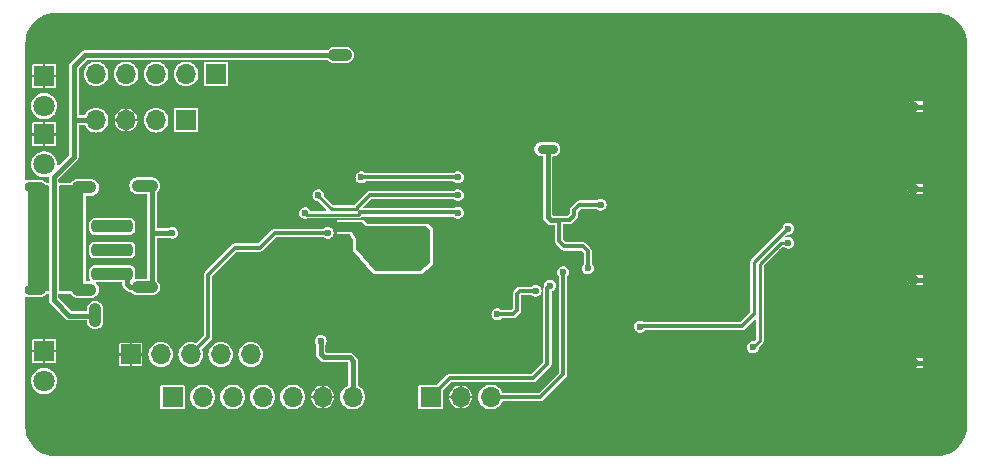
<source format=gbl>
G04 #@! TF.GenerationSoftware,KiCad,Pcbnew,8.0.4*
G04 #@! TF.CreationDate,2024-11-17T23:13:56+01:00*
G04 #@! TF.ProjectId,TEF6687,54454636-3638-4372-9e6b-696361645f70,v1.1*
G04 #@! TF.SameCoordinates,Original*
G04 #@! TF.FileFunction,Copper,L2,Bot*
G04 #@! TF.FilePolarity,Positive*
%FSLAX46Y46*%
G04 Gerber Fmt 4.6, Leading zero omitted, Abs format (unit mm)*
G04 Created by KiCad (PCBNEW 8.0.4) date 2024-11-17 23:13:56*
%MOMM*%
%LPD*%
G01*
G04 APERTURE LIST*
G04 Aperture macros list*
%AMRoundRect*
0 Rectangle with rounded corners*
0 $1 Rounding radius*
0 $2 $3 $4 $5 $6 $7 $8 $9 X,Y pos of 4 corners*
0 Add a 4 corners polygon primitive as box body*
4,1,4,$2,$3,$4,$5,$6,$7,$8,$9,$2,$3,0*
0 Add four circle primitives for the rounded corners*
1,1,$1+$1,$2,$3*
1,1,$1+$1,$4,$5*
1,1,$1+$1,$6,$7*
1,1,$1+$1,$8,$9*
0 Add four rect primitives between the rounded corners*
20,1,$1+$1,$2,$3,$4,$5,0*
20,1,$1+$1,$4,$5,$6,$7,0*
20,1,$1+$1,$6,$7,$8,$9,0*
20,1,$1+$1,$8,$9,$2,$3,0*%
G04 Aperture macros list end*
G04 #@! TA.AperFunction,Conductor*
%ADD10C,0.200000*%
G04 #@! TD*
G04 #@! TA.AperFunction,EtchedComponent*
%ADD11C,0.460000*%
G04 #@! TD*
G04 #@! TA.AperFunction,ComponentPad*
%ADD12R,1.800000X1.800000*%
G04 #@! TD*
G04 #@! TA.AperFunction,ComponentPad*
%ADD13C,1.800000*%
G04 #@! TD*
G04 #@! TA.AperFunction,ComponentPad*
%ADD14C,0.970000*%
G04 #@! TD*
G04 #@! TA.AperFunction,SMDPad,CuDef*
%ADD15RoundRect,0.250000X-1.595000X-1.082500X1.595000X-1.082500X1.595000X1.082500X-1.595000X1.082500X0*%
G04 #@! TD*
G04 #@! TA.AperFunction,ComponentPad*
%ADD16R,1.700000X1.700000*%
G04 #@! TD*
G04 #@! TA.AperFunction,ComponentPad*
%ADD17O,1.700000X1.700000*%
G04 #@! TD*
G04 #@! TA.AperFunction,ComponentPad*
%ADD18O,2.100000X1.050000*%
G04 #@! TD*
G04 #@! TA.AperFunction,ComponentPad*
%ADD19O,1.800000X0.900000*%
G04 #@! TD*
G04 #@! TA.AperFunction,ComponentPad*
%ADD20R,2.286000X1.500000*%
G04 #@! TD*
G04 #@! TA.AperFunction,SMDPad,CuDef*
%ADD21RoundRect,0.250000X1.500000X-0.250000X1.500000X0.250000X-1.500000X0.250000X-1.500000X-0.250000X0*%
G04 #@! TD*
G04 #@! TA.AperFunction,ViaPad*
%ADD22C,0.600000*%
G04 #@! TD*
G04 #@! TA.AperFunction,ViaPad*
%ADD23C,3.500000*%
G04 #@! TD*
G04 #@! TA.AperFunction,Conductor*
%ADD24C,0.300000*%
G04 #@! TD*
G04 #@! TA.AperFunction,Conductor*
%ADD25C,0.254000*%
G04 #@! TD*
G04 #@! TA.AperFunction,Conductor*
%ADD26C,0.800000*%
G04 #@! TD*
G04 #@! TA.AperFunction,Conductor*
%ADD27C,0.400000*%
G04 #@! TD*
G04 #@! TA.AperFunction,Conductor*
%ADD28C,1.000000*%
G04 #@! TD*
G04 APERTURE END LIST*
G04 #@! TO.N,Net-(J1-SHIELD)*
D10*
X117300000Y-58850000D02*
X119200000Y-58850000D01*
X119200000Y-67650000D01*
X117300000Y-67650000D01*
X117300000Y-58850000D01*
G04 #@! TA.AperFunction,Conductor*
G36*
X117300000Y-58850000D02*
G01*
X119200000Y-58850000D01*
X119200000Y-67650000D01*
X117300000Y-67650000D01*
X117300000Y-58850000D01*
G37*
G04 #@! TD.AperFunction*
X114700000Y-58850000D02*
X116290000Y-58850000D01*
X116290000Y-67650000D01*
X114700000Y-67650000D01*
X114700000Y-58850000D01*
G04 #@! TA.AperFunction,Conductor*
G36*
X114700000Y-58850000D02*
G01*
X116290000Y-58850000D01*
X116290000Y-67650000D01*
X114700000Y-67650000D01*
X114700000Y-58850000D01*
G37*
G04 #@! TD.AperFunction*
D11*
G04 #@! TD*
G04 #@! TO.C,J9*
X192250000Y-66807500D02*
X189515000Y-66807500D01*
G04 #@! TO.C,J9*
X192250000Y-73792500D02*
X189515000Y-73792500D01*
G04 #@! TO.C,J10*
X192250000Y-52107500D02*
X189515000Y-52107500D01*
X192250000Y-59092500D02*
X189515000Y-59092500D01*
G04 #@! TD*
D12*
G04 #@! TO.P,D1,1,K*
G04 #@! TO.N,GND*
X116000000Y-54460000D03*
D13*
G04 #@! TO.P,D1,2,A*
G04 #@! TO.N,Net-(D1-A)*
X116000000Y-57000000D03*
G04 #@! TD*
D14*
G04 #@! TO.P,J9,2,Ext*
G04 #@! TO.N,GND*
X189515000Y-66807500D03*
X189515000Y-73792500D03*
D15*
X192250000Y-66807500D03*
X192250000Y-73792500D03*
G04 #@! TD*
D12*
G04 #@! TO.P,D2,1,K*
G04 #@! TO.N,GND*
X116000000Y-49525000D03*
D13*
G04 #@! TO.P,D2,2,A*
G04 #@! TO.N,Net-(D2-A)*
X116000000Y-52065000D03*
G04 #@! TD*
D16*
G04 #@! TO.P,J6,1,Pin_1*
G04 #@! TO.N,PA15*
X126873000Y-76700000D03*
D17*
G04 #@! TO.P,J6,2,Pin_2*
G04 #@! TO.N,PB3*
X129413000Y-76700000D03*
G04 #@! TO.P,J6,3,Pin_3*
G04 #@! TO.N,PB4*
X131953000Y-76700000D03*
G04 #@! TO.P,J6,4,Pin_4*
G04 #@! TO.N,PB5*
X134493000Y-76700000D03*
G04 #@! TO.P,J6,5,Pin_5*
G04 #@! TO.N,PB6*
X137033000Y-76700000D03*
G04 #@! TO.P,J6,6,Pin_6*
G04 #@! TO.N,GND*
X139573000Y-76700000D03*
G04 #@! TO.P,J6,7,Pin_7*
G04 #@! TO.N,BOOT*
X142113000Y-76700000D03*
G04 #@! TD*
D16*
G04 #@! TO.P,J3,1,Pin_1*
G04 #@! TO.N,PB12*
X130540000Y-49350000D03*
D17*
G04 #@! TO.P,J3,2,Pin_2*
G04 #@! TO.N,PB13*
X128000000Y-49350000D03*
G04 #@! TO.P,J3,3,Pin_3*
G04 #@! TO.N,PB14*
X125460000Y-49350000D03*
G04 #@! TO.P,J3,4,Pin_4*
G04 #@! TO.N,PB15*
X122920000Y-49350000D03*
G04 #@! TO.P,J3,5,Pin_5*
G04 #@! TO.N,PA8*
X120380000Y-49350000D03*
G04 #@! TD*
D18*
G04 #@! TO.P,J1,SH1,SHIELD*
G04 #@! TO.N,Net-(J1-SHIELD)*
X119380000Y-58960000D03*
G04 #@! TO.P,J1,SH2,SHIELD_1*
X119380000Y-67600000D03*
D19*
G04 #@! TO.P,J1,SH3,SHIELD_2*
X115200000Y-58960000D03*
G04 #@! TO.P,J1,SH4,SHIELD_3*
X115200000Y-67600000D03*
G04 #@! TD*
D20*
G04 #@! TO.P,REF\u002A\u002A,1*
G04 #@! TO.N,GND*
X154600000Y-73900000D03*
X176900000Y-50400000D03*
G04 #@! TD*
D14*
G04 #@! TO.P,J10,2,Ext*
G04 #@! TO.N,GND*
X189515000Y-52107500D03*
X189515000Y-59092500D03*
D15*
X192250000Y-52107500D03*
X192250000Y-59092500D03*
G04 #@! TD*
D16*
G04 #@! TO.P,J7,1,Pin_1*
G04 #@! TO.N,DAC_R*
X148717000Y-76700000D03*
D17*
G04 #@! TO.P,J7,2,Pin_2*
G04 #@! TO.N,GND*
X151257000Y-76700000D03*
G04 #@! TO.P,J7,3,Pin_3*
G04 #@! TO.N,DAC_L*
X153797000Y-76700000D03*
G04 #@! TD*
D16*
G04 #@! TO.P,J2,1,Pin_1*
G04 #@! TO.N,UART_TX*
X128000000Y-53250000D03*
D17*
G04 #@! TO.P,J2,2,Pin_2*
G04 #@! TO.N,UART_RX*
X125460000Y-53250000D03*
G04 #@! TO.P,J2,3,Pin_3*
G04 #@! TO.N,GND*
X122920000Y-53250000D03*
G04 #@! TO.P,J2,4,Pin_4*
G04 #@! TO.N,5V*
X120380000Y-53250000D03*
G04 #@! TD*
D16*
G04 #@! TO.P,J4,1,Pin_1*
G04 #@! TO.N,GND*
X123320000Y-73100000D03*
D17*
G04 #@! TO.P,J4,2,Pin_2*
G04 #@! TO.N,SWDIO*
X125860000Y-73100000D03*
G04 #@! TO.P,J4,3,Pin_3*
G04 #@! TO.N,NRST*
X128400000Y-73100000D03*
G04 #@! TO.P,J4,4,Pin_4*
G04 #@! TO.N,SWCLK*
X130940000Y-73100000D03*
G04 #@! TO.P,J4,5,Pin_5*
G04 #@! TO.N,3.3V_DIG*
X133480000Y-73100000D03*
G04 #@! TD*
D12*
G04 #@! TO.P,D3,1,K*
G04 #@! TO.N,GND*
X116000000Y-72800000D03*
D13*
G04 #@! TO.P,D3,2,A*
G04 #@! TO.N,Net-(D3-A)*
X116000000Y-75340000D03*
G04 #@! TD*
D21*
G04 #@! TO.P,J5,1,Pin_1*
G04 #@! TO.N,VBUS*
X121750000Y-66250000D03*
G04 #@! TO.P,J5,2,Pin_2*
G04 #@! TO.N,D+*
X121750000Y-64250000D03*
G04 #@! TO.P,J5,3,Pin_3*
G04 #@! TO.N,D-*
X121750000Y-62250000D03*
G04 #@! TO.P,J5,4,Pin_4*
G04 #@! TO.N,GND*
X121750000Y-60250000D03*
G04 #@! TD*
D22*
G04 #@! TO.N,GND*
X160225000Y-61050000D03*
X151000000Y-65000000D03*
X184100000Y-69200000D03*
X172650000Y-45600000D03*
X141600000Y-52100000D03*
X151900000Y-51800000D03*
X166000987Y-50384067D03*
X184100000Y-56700000D03*
X146450000Y-55150000D03*
X171350000Y-55325000D03*
X170200000Y-56900000D03*
X184400000Y-45600000D03*
X161523670Y-73871466D03*
X149762196Y-65322150D03*
X182657701Y-51173268D03*
X147450000Y-45600000D03*
D23*
X117000000Y-79300000D03*
D22*
X139250000Y-68300000D03*
X177202936Y-63061830D03*
X157112500Y-53600000D03*
X174100000Y-57100000D03*
X169550000Y-55300000D03*
X160275000Y-63250000D03*
X168523670Y-73871466D03*
X145650000Y-80300000D03*
X142850000Y-64100000D03*
X140250000Y-80300000D03*
X171800000Y-59700000D03*
X124100000Y-55800000D03*
X138450000Y-45600000D03*
X144750000Y-45600000D03*
X171100000Y-53450000D03*
X160950000Y-45600000D03*
X176500000Y-61050000D03*
X171414800Y-69748400D03*
X180800000Y-45600000D03*
X142100000Y-69400000D03*
X174450000Y-45600000D03*
X170523670Y-73871466D03*
X160950000Y-80300000D03*
X188000000Y-80300000D03*
X177150000Y-45600000D03*
X137150000Y-60050000D03*
X182000000Y-54600000D03*
X158500000Y-75100000D03*
X169382800Y-69748400D03*
X137100000Y-55700000D03*
X183500000Y-45600000D03*
X122200000Y-80300000D03*
X140250000Y-45600000D03*
X152000987Y-50384067D03*
X155000000Y-58100000D03*
X166350000Y-45600000D03*
X160050000Y-80300000D03*
X148900000Y-68800000D03*
X159250000Y-71750000D03*
X124500000Y-57500000D03*
X175150000Y-53150000D03*
X186200000Y-45600000D03*
X179850000Y-56750000D03*
X181683092Y-52000000D03*
X183000000Y-69200000D03*
X128000000Y-64100000D03*
X144300000Y-69350000D03*
X147450000Y-80300000D03*
X163825000Y-62650000D03*
X135750000Y-45600000D03*
X149762196Y-62322150D03*
X135300000Y-54800000D03*
X162625000Y-71775000D03*
X178523670Y-73871466D03*
X142950000Y-80300000D03*
X150900000Y-68300000D03*
X138400000Y-73675000D03*
X147200000Y-64700000D03*
X137800000Y-49950000D03*
X181700000Y-53200000D03*
X159150000Y-80300000D03*
X156750076Y-59800000D03*
X148350000Y-45600000D03*
X138450000Y-80300000D03*
X171523670Y-73871466D03*
X166700000Y-66100000D03*
X151950000Y-45600000D03*
X187100000Y-80300000D03*
X151384701Y-73820162D03*
X175000000Y-62350000D03*
X141150000Y-45600000D03*
X147350000Y-60350000D03*
X149751333Y-56750000D03*
X185300000Y-71400000D03*
X182713022Y-48202890D03*
X134300000Y-71700000D03*
X128550000Y-80300000D03*
X165625000Y-62650000D03*
X168825000Y-64500000D03*
X161850000Y-45600000D03*
X173550000Y-80300000D03*
X136650000Y-45600000D03*
X143850000Y-80300000D03*
X122750000Y-61200000D03*
X179950000Y-59690000D03*
X156450000Y-45600000D03*
X154600000Y-62100000D03*
X175400000Y-69100000D03*
X153750000Y-80300000D03*
X120400000Y-80300000D03*
X130350000Y-80300000D03*
X149762196Y-63822150D03*
X182600000Y-45600000D03*
X175700000Y-71400000D03*
X177900000Y-54200000D03*
X174075000Y-58931077D03*
X170450000Y-55300000D03*
X155300000Y-59400000D03*
X142400000Y-56300000D03*
X175523670Y-73871466D03*
X149250000Y-80300000D03*
X126750000Y-80300000D03*
X163000987Y-50384067D03*
X181696751Y-64579388D03*
X159325000Y-61050000D03*
X150142122Y-51191540D03*
X122200000Y-58600000D03*
X176523670Y-73871466D03*
X156000000Y-56700000D03*
X129300000Y-64800000D03*
X165975000Y-71725000D03*
X146200000Y-63100000D03*
X168366800Y-69748400D03*
X137150000Y-61100000D03*
X137400000Y-62000000D03*
X181349771Y-72963728D03*
X130600000Y-70500000D03*
X186300000Y-54400000D03*
X157205852Y-73900001D03*
X175400000Y-67068000D03*
X154600000Y-64900000D03*
X161000987Y-50384067D03*
X188500000Y-69200000D03*
X134400000Y-54800000D03*
X127650000Y-80300000D03*
X129450000Y-45600000D03*
X142200000Y-65400000D03*
X183500000Y-80300000D03*
X137100000Y-54800000D03*
X135825000Y-51150000D03*
X141150000Y-80300000D03*
X185300000Y-45600000D03*
X133850000Y-66500000D03*
X139800000Y-55700000D03*
X148000000Y-56300000D03*
X121100000Y-67300000D03*
X179900000Y-80300000D03*
X182900000Y-71400000D03*
X188500000Y-54400000D03*
X170850000Y-45600000D03*
X172000987Y-50384067D03*
X171750000Y-80300000D03*
X187400000Y-56700000D03*
X157350000Y-80300000D03*
X135300000Y-55700000D03*
X186300000Y-69200000D03*
X150900000Y-71150000D03*
X153750000Y-45600000D03*
X139800000Y-53000000D03*
X172281077Y-55325000D03*
X139800000Y-54800000D03*
X124050000Y-45600000D03*
X167250000Y-80300000D03*
X138500000Y-62000000D03*
X154600000Y-56700000D03*
X129000000Y-60800000D03*
X178500000Y-64400000D03*
X140900000Y-57300000D03*
X178000000Y-65150000D03*
X163523670Y-73871466D03*
X174000987Y-50384067D03*
X175950000Y-61850000D03*
X169523670Y-73871466D03*
X145550000Y-55150000D03*
X125850000Y-80300000D03*
X139800000Y-53900000D03*
X148350000Y-80300000D03*
X179150000Y-68800000D03*
X136300000Y-62000000D03*
X144000000Y-56300000D03*
X161850000Y-80300000D03*
X154650000Y-45600000D03*
X152750000Y-58875000D03*
X155550000Y-45600000D03*
X180594000Y-59055000D03*
X144300000Y-75100000D03*
X144300000Y-66600000D03*
X144300000Y-49950000D03*
X117800000Y-68300000D03*
X121100000Y-59500000D03*
X152850000Y-80300000D03*
X171000000Y-71600000D03*
X159000987Y-50384067D03*
X180500000Y-63100000D03*
X168050000Y-54750000D03*
X137550000Y-80300000D03*
X181696751Y-63579388D03*
X132150000Y-80300000D03*
X156600000Y-58300000D03*
X165523670Y-73871466D03*
X150150000Y-45600000D03*
X129100000Y-70500000D03*
X161400000Y-56700000D03*
D23*
X117000000Y-46500000D03*
D22*
X176250000Y-80300000D03*
X171000987Y-50384067D03*
X126750000Y-45600000D03*
X138900000Y-55700000D03*
X176250000Y-45600000D03*
X132150000Y-45600000D03*
X130600000Y-68300000D03*
X188900000Y-45600000D03*
X179906000Y-69495000D03*
X182600000Y-80300000D03*
X186300000Y-56700000D03*
X163650000Y-80300000D03*
X169950000Y-45600000D03*
X136200000Y-55700000D03*
X121600000Y-70372500D03*
X172650000Y-80300000D03*
X181400000Y-71000000D03*
X122250000Y-45600000D03*
X159150000Y-45600000D03*
X123400000Y-59700000D03*
X151050000Y-80300000D03*
X160000987Y-50384067D03*
X138000000Y-53000000D03*
X140700000Y-54800000D03*
X144300000Y-52100000D03*
X144300000Y-51000000D03*
X168825000Y-59700000D03*
X150900000Y-69700000D03*
X164000987Y-50384067D03*
X180500000Y-56100000D03*
X141800000Y-58200000D03*
X173550000Y-45600000D03*
X172523670Y-73871466D03*
X179523670Y-73871466D03*
X178800000Y-60700000D03*
X143750000Y-61727000D03*
X165200000Y-60800000D03*
X188500000Y-71400000D03*
X156100000Y-75900000D03*
X179197000Y-57404000D03*
X165450000Y-45600000D03*
X129150000Y-48500000D03*
X133850000Y-65300000D03*
X133950000Y-80300000D03*
X138800000Y-71000000D03*
X155550000Y-80300000D03*
X136200000Y-53000000D03*
X138000000Y-55700000D03*
X168825000Y-61300000D03*
X138900000Y-53900000D03*
X134850000Y-45600000D03*
X174523670Y-73871466D03*
X142100000Y-70830000D03*
X141600000Y-53000000D03*
X147350000Y-61727000D03*
X126950000Y-61500000D03*
X186300000Y-71400000D03*
X175150000Y-54150000D03*
X185300000Y-54400000D03*
X173523670Y-73871466D03*
X152500000Y-71650000D03*
X162750000Y-80300000D03*
X126700000Y-48500000D03*
X140700000Y-53000000D03*
X161100000Y-67600000D03*
X140700000Y-52100000D03*
X175400000Y-68084000D03*
X177400000Y-70450000D03*
X188500000Y-56700000D03*
X153000987Y-50384067D03*
X184800000Y-48006000D03*
X168000987Y-50384067D03*
X175400000Y-65036000D03*
X177150000Y-80300000D03*
X138000000Y-54800000D03*
X149713677Y-54000000D03*
X126450000Y-71875000D03*
X133950000Y-45600000D03*
X136200000Y-53900000D03*
X181650325Y-48632335D03*
X158875000Y-63450000D03*
X124200000Y-48500000D03*
X175150000Y-55200000D03*
X177400000Y-69150000D03*
X189600000Y-69200000D03*
X144300000Y-72200000D03*
X134550000Y-61300000D03*
X181356000Y-67945000D03*
X136200000Y-54800000D03*
X171800000Y-58100000D03*
X187400000Y-71400000D03*
X149755040Y-58879128D03*
X165000987Y-50384067D03*
X135800000Y-49350000D03*
X184100000Y-72200000D03*
X181700000Y-45600000D03*
X174462800Y-69748400D03*
X119550000Y-45600000D03*
X183800000Y-48006000D03*
X140700000Y-53900000D03*
X124950000Y-80300000D03*
X168150000Y-45600000D03*
X164550000Y-45600000D03*
X158000987Y-50384067D03*
X130350000Y-45600000D03*
X139850000Y-58900000D03*
X162523670Y-73871466D03*
X144300000Y-70800000D03*
X146200002Y-64700000D03*
X145550000Y-54250000D03*
X135800000Y-50250000D03*
X181696751Y-62579388D03*
X182100000Y-68700000D03*
X158250000Y-80300000D03*
X157350000Y-45600000D03*
X156450000Y-80300000D03*
X178500000Y-68150000D03*
X165625000Y-58800000D03*
X172430800Y-69748400D03*
X121350000Y-45600000D03*
X127650000Y-45600000D03*
X170850000Y-80300000D03*
X133150000Y-57700000D03*
X131250000Y-45600000D03*
X176500000Y-60050000D03*
X135800000Y-64650000D03*
X132075000Y-51150000D03*
X139550000Y-62000000D03*
X124150000Y-64100000D03*
X121650000Y-48500000D03*
X177850000Y-67500000D03*
X178950000Y-80300000D03*
X168825000Y-62900000D03*
X151100000Y-54500000D03*
X180456315Y-73606838D03*
X144300000Y-67750000D03*
X181700000Y-80300000D03*
X151050000Y-45600000D03*
X147200000Y-63100000D03*
X177200000Y-66850000D03*
X146550000Y-45600000D03*
X181200000Y-55404000D03*
X141600000Y-53900000D03*
X123150000Y-45600000D03*
X187800000Y-51800000D03*
X159700000Y-56700000D03*
X134400000Y-55700000D03*
X124950000Y-45600000D03*
X132050000Y-48450000D03*
X178850000Y-65550000D03*
X140700000Y-55700000D03*
X164550000Y-80300000D03*
X138800000Y-64650000D03*
X159700000Y-76300000D03*
X164523670Y-73871466D03*
X167225000Y-58100000D03*
X167000987Y-50384067D03*
X149703596Y-52073632D03*
X147000000Y-50200000D03*
X137100000Y-53900000D03*
X178300000Y-61800000D03*
X175500000Y-61050000D03*
X135750000Y-80300000D03*
X140246926Y-59785661D03*
X177523670Y-73871466D03*
X132200000Y-65300000D03*
X156000987Y-50384067D03*
X143850000Y-45600000D03*
X165625000Y-57300000D03*
X150150000Y-80300000D03*
X117700000Y-58200000D03*
X138900000Y-54800000D03*
X140900000Y-66700000D03*
X178950000Y-45600000D03*
X175350000Y-45600000D03*
X134550000Y-62800000D03*
X169950000Y-80300000D03*
X120450000Y-45600000D03*
X150290906Y-73467325D03*
X184700000Y-50800000D03*
X160050000Y-45600000D03*
X173446800Y-69748400D03*
X165000000Y-53300000D03*
X142500000Y-52100000D03*
X156798001Y-64750591D03*
X137100000Y-53000000D03*
X125850000Y-64100000D03*
X126950000Y-64100000D03*
X188900000Y-80300000D03*
X188000000Y-45600000D03*
X183100000Y-54356000D03*
D23*
X191600000Y-46600000D03*
D22*
X157925000Y-61000000D03*
X174450000Y-80300000D03*
X134550000Y-59800000D03*
X123100000Y-80300000D03*
X183800000Y-50800000D03*
X141600000Y-55700000D03*
X124050000Y-80300000D03*
X181696751Y-59579388D03*
X124000000Y-66100000D03*
X146450000Y-54250000D03*
X163006315Y-65768027D03*
X155000987Y-50384067D03*
X134850000Y-80300000D03*
X142950000Y-45600000D03*
X171800000Y-64500000D03*
X146100000Y-50200000D03*
X185300000Y-80300000D03*
X154600000Y-63100000D03*
X167523670Y-73871466D03*
X151000000Y-63350000D03*
X181356000Y-58166000D03*
X169000987Y-50384067D03*
X147300000Y-55600000D03*
X143750000Y-60350000D03*
X133350000Y-71700000D03*
X175550000Y-60050000D03*
X186200000Y-80300000D03*
X142050000Y-80300000D03*
X154000987Y-50384067D03*
X158250000Y-45600000D03*
X124200000Y-61500000D03*
X154650000Y-80300000D03*
X166350000Y-80300000D03*
X144750000Y-80300000D03*
X175400000Y-66052000D03*
X149713677Y-53051494D03*
X160700000Y-54700000D03*
X137800000Y-51100000D03*
X175000987Y-50384067D03*
X180650000Y-70250000D03*
X128550000Y-45600000D03*
X139200000Y-60600000D03*
X160771000Y-65729284D03*
X157000987Y-50384067D03*
X143200000Y-57000000D03*
X169050000Y-45600000D03*
X129450000Y-80300000D03*
D23*
X191500000Y-79200000D03*
D22*
X164100000Y-57800000D03*
X141600000Y-54800000D03*
X145650000Y-45600000D03*
X154500000Y-67050000D03*
X171750000Y-45600000D03*
X136650000Y-80300000D03*
X178450000Y-58100000D03*
X162000987Y-50384067D03*
X139800000Y-52100000D03*
X180000000Y-50400000D03*
X184100000Y-53600000D03*
X164800000Y-66903600D03*
X149250000Y-45600000D03*
X138900000Y-53000000D03*
X178050000Y-80300000D03*
X144300000Y-73500000D03*
X157800000Y-71755000D03*
X174100000Y-56200000D03*
X179000000Y-50400000D03*
X175350000Y-80300000D03*
X132200000Y-66500000D03*
X162750000Y-45600000D03*
X173500000Y-64700000D03*
X129200000Y-54800000D03*
X135800000Y-48450000D03*
X119500000Y-80300000D03*
X149757280Y-60351241D03*
X138550000Y-58900000D03*
X181696751Y-65579388D03*
X171800000Y-61300000D03*
X168825000Y-58100000D03*
X133050000Y-45600000D03*
X139350000Y-80300000D03*
X139350000Y-45600000D03*
X157975000Y-63450000D03*
X189600000Y-56700000D03*
X177150000Y-59400000D03*
X182118000Y-57404000D03*
X170398800Y-69748400D03*
X174075000Y-58000000D03*
X152750000Y-60370000D03*
X177400000Y-71850000D03*
X157975000Y-62450000D03*
X152850000Y-45600000D03*
X136300000Y-59500000D03*
X167250000Y-45600000D03*
X187400000Y-69200000D03*
X141600000Y-67300000D03*
X189600000Y-71400000D03*
X187400000Y-54400000D03*
X185200000Y-56700000D03*
X167300000Y-69748400D03*
X183000000Y-56700000D03*
X160275000Y-62350000D03*
X180700000Y-49500000D03*
X152700000Y-57400000D03*
X152428090Y-73890729D03*
X178900000Y-51900000D03*
X173000987Y-50384067D03*
X136300000Y-60650000D03*
X137150140Y-58874684D03*
X171800000Y-62900000D03*
X153400000Y-51800000D03*
X151950000Y-80300000D03*
X154450000Y-71000000D03*
X157600000Y-56700000D03*
X180800000Y-80300000D03*
X125850000Y-61500000D03*
X178050000Y-45600000D03*
X151100000Y-53200000D03*
X181696751Y-66579388D03*
X145500000Y-61727000D03*
X187800000Y-48800000D03*
X165450000Y-80300000D03*
X127200000Y-58000000D03*
X189600000Y-54400000D03*
X162200000Y-53800000D03*
X163650000Y-45600000D03*
X121300000Y-80300000D03*
X156100000Y-77600000D03*
X131250000Y-80300000D03*
X181696751Y-60579388D03*
X168150000Y-80300000D03*
X184400000Y-80300000D03*
X137550000Y-45600000D03*
X158875000Y-62450000D03*
X163500000Y-56700000D03*
X179950000Y-66600000D03*
X146550000Y-80300000D03*
X180600000Y-67250000D03*
X181696751Y-61579388D03*
X125850000Y-45600000D03*
X146600000Y-68100000D03*
X177800000Y-58750000D03*
X176050000Y-64300000D03*
X187100000Y-45600000D03*
X169050000Y-80300000D03*
X134300000Y-70800000D03*
X179900000Y-45600000D03*
X168050000Y-66100000D03*
X127200000Y-68200000D03*
X160800000Y-71755000D03*
X142050000Y-45600000D03*
X164300000Y-71750000D03*
X150977760Y-50573927D03*
X133050000Y-80300000D03*
X185200000Y-69200000D03*
X138000000Y-53900000D03*
X149757280Y-71650000D03*
X166523670Y-73871466D03*
X155700000Y-62366900D03*
X170000987Y-50384067D03*
X128020000Y-61500000D03*
X161900000Y-59762500D03*
X145500000Y-60350000D03*
X137300000Y-64650000D03*
G04 #@! TO.N,TEF_ANA*
X162025000Y-65800000D03*
X179000000Y-62450000D03*
X163100000Y-60412500D03*
X166453600Y-70746400D03*
X159100000Y-55700000D03*
X158100000Y-55700000D03*
G04 #@! TO.N,DAC_L*
X159925000Y-66125000D03*
G04 #@! TO.N,DAC_R*
X158825000Y-67275000D03*
G04 #@! TO.N,NRST*
X140000000Y-62800000D03*
G04 #@! TO.N,I2S_CK*
X151025000Y-59600000D03*
X139200000Y-59616002D03*
G04 #@! TO.N,I2S_SD*
X151025000Y-61100000D03*
X138075000Y-61125000D03*
G04 #@! TO.N,I2S_WS*
X151025000Y-58100000D03*
X142850000Y-58100000D03*
G04 #@! TO.N,BOOT*
X139400000Y-71950000D03*
G04 #@! TO.N,VBUS*
X126850000Y-62800000D03*
X123900000Y-58800000D03*
X123902500Y-67400000D03*
X125097500Y-67400000D03*
X125100000Y-58800000D03*
G04 #@! TO.N,5V*
X120300000Y-69177500D03*
X141647500Y-47750000D03*
X140452500Y-47750000D03*
X120300000Y-70372500D03*
G04 #@! TO.N,D+*
X121750000Y-64250000D03*
G04 #@! TO.N,D-*
X121750000Y-62250000D03*
G04 #@! TO.N,Net-(U2-VCTL)*
X176000000Y-72500000D03*
X179000000Y-63650000D03*
G04 #@! TO.N,Net-(U3-GPIO0)*
X154350000Y-69700000D03*
X157600000Y-67700000D03*
G04 #@! TD*
D24*
G04 #@! TO.N,TEF_ANA*
X161312500Y-60412500D02*
X160875000Y-60850000D01*
X175100000Y-70700000D02*
X176096000Y-69704000D01*
X159475000Y-61700000D02*
X159425000Y-61750000D01*
D25*
X179000000Y-62450000D02*
X178921235Y-62450000D01*
X178921235Y-62450000D02*
X176119000Y-65252235D01*
D24*
X160875000Y-60850000D02*
X160875000Y-61319239D01*
X163100000Y-60412500D02*
X161312500Y-60412500D01*
X160875000Y-61319239D02*
X160494239Y-61700000D01*
X166500000Y-70700000D02*
X175100000Y-70700000D01*
X161625000Y-63950000D02*
X162025000Y-64350000D01*
X159575000Y-63500000D02*
X160025000Y-63950000D01*
D26*
X159100000Y-55700000D02*
X158100000Y-55700000D01*
D24*
X160494239Y-61700000D02*
X159475000Y-61700000D01*
D27*
X158875000Y-61750000D02*
X158625000Y-61500000D01*
D24*
X159575000Y-61900000D02*
X159575000Y-63500000D01*
D27*
X159425000Y-61750000D02*
X158875000Y-61750000D01*
D24*
X162025000Y-64350000D02*
X162025000Y-65800000D01*
D27*
X158625000Y-61500000D02*
X158625000Y-55825000D01*
D25*
X178850000Y-62600000D02*
X179000000Y-62450000D01*
D24*
X166453600Y-70746400D02*
X166500000Y-70700000D01*
X160025000Y-63950000D02*
X161625000Y-63950000D01*
D25*
X176119000Y-65252235D02*
X176119000Y-69681000D01*
D27*
X158625000Y-55825000D02*
X158500000Y-55700000D01*
D24*
G04 #@! TO.N,DAC_L*
X158000000Y-76700000D02*
X153797000Y-76700000D01*
X159925000Y-66125000D02*
X159925000Y-74775000D01*
X159925000Y-74775000D02*
X158000000Y-76700000D01*
G04 #@! TO.N,DAC_R*
X150317000Y-75100000D02*
X148717000Y-76700000D01*
X158600000Y-67500000D02*
X158600000Y-73900000D01*
X157400000Y-75100000D02*
X150317000Y-75100000D01*
X158825000Y-67275000D02*
X158600000Y-67500000D01*
X158600000Y-73900000D02*
X157400000Y-75100000D01*
G04 #@! TO.N,NRST*
X132150000Y-64050000D02*
X129850000Y-66350000D01*
X129850000Y-71650000D02*
X128400000Y-73100000D01*
X140000000Y-62800000D02*
X135500000Y-62800000D01*
X129850000Y-66350000D02*
X129850000Y-71650000D01*
X134250000Y-64050000D02*
X132150000Y-64050000D01*
X135500000Y-62800000D02*
X134250000Y-64050000D01*
G04 #@! TO.N,I2S_CK*
X143550000Y-59600000D02*
X151025000Y-59600000D01*
D25*
X142354000Y-60796000D02*
X140332712Y-60796000D01*
X140332712Y-60796000D02*
X139200000Y-59663288D01*
X139200000Y-59663288D02*
X139200000Y-59616002D01*
D24*
X142525000Y-60625000D02*
X143550000Y-59600000D01*
D25*
X142525000Y-60625000D02*
X142354000Y-60796000D01*
D24*
G04 #@! TO.N,I2S_SD*
X151002000Y-61077000D02*
X142747580Y-61077000D01*
D25*
X138200000Y-61250000D02*
X142542053Y-61250000D01*
X142542053Y-61250000D02*
X142692053Y-61100000D01*
X138075000Y-61125000D02*
X138200000Y-61250000D01*
D24*
X151025000Y-61100000D02*
X151002000Y-61077000D01*
G04 #@! TO.N,I2S_WS*
X151025000Y-58100000D02*
X142850000Y-58100000D01*
D27*
G04 #@! TO.N,BOOT*
X139400000Y-73100000D02*
X139650000Y-73350000D01*
X139650000Y-73350000D02*
X141850000Y-73350000D01*
X142150000Y-73650000D02*
X142150000Y-77070000D01*
X142150000Y-77070000D02*
X142120000Y-77100000D01*
X139400000Y-71950000D02*
X139400000Y-73100000D01*
X141850000Y-73350000D02*
X142150000Y-73650000D01*
D25*
G04 #@! TO.N,VBUS*
X123012500Y-66750000D02*
X122512500Y-66250000D01*
D24*
X125097500Y-67400000D02*
X125147500Y-67350000D01*
D27*
X125100000Y-62800000D02*
X126850000Y-62800000D01*
D25*
X122512500Y-66250000D02*
X121750000Y-66250000D01*
D28*
X123902500Y-67400000D02*
X125097500Y-67400000D01*
D27*
X125100000Y-67597500D02*
X125100000Y-58800000D01*
D28*
X123902500Y-58800000D02*
X125097500Y-58800000D01*
D24*
X125147500Y-67350000D02*
X125200000Y-67350000D01*
D27*
X125097500Y-67400000D02*
X125100000Y-67397500D01*
X123250000Y-67400000D02*
X123902500Y-67400000D01*
X123012500Y-67162500D02*
X123250000Y-67400000D01*
X123012500Y-66750000D02*
X123012500Y-67162500D01*
G04 #@! TO.N,5V*
X116800000Y-68500000D02*
X116800000Y-58038478D01*
X120300000Y-69800000D02*
X118100000Y-69800000D01*
X118100000Y-69800000D02*
X116800000Y-68500000D01*
X116800000Y-58038478D02*
X118500000Y-56338478D01*
D28*
X120300000Y-69275000D02*
X120300000Y-70275000D01*
D27*
X118500000Y-53200000D02*
X118500000Y-48700000D01*
X120380000Y-53250000D02*
X118550000Y-53250000D01*
X118500000Y-56338478D02*
X118500000Y-53200000D01*
X118550000Y-53250000D02*
X118500000Y-53200000D01*
X118500000Y-48700000D02*
X119450000Y-47750000D01*
X119450000Y-47750000D02*
X140402500Y-47750000D01*
X120380000Y-53250000D02*
X120130000Y-53500000D01*
D28*
X141550000Y-47750000D02*
X140550000Y-47750000D01*
D24*
G04 #@! TO.N,D+*
X123150000Y-63950000D02*
X123052500Y-64047500D01*
X123150000Y-63950000D02*
X122050000Y-63950000D01*
X122050000Y-63950000D02*
X121750000Y-64250000D01*
D25*
G04 #@! TO.N,Net-(U2-VCTL)*
X176573000Y-65440288D02*
X178363288Y-63650000D01*
X176000000Y-72500000D02*
X176573000Y-71927000D01*
X178950000Y-63600000D02*
X179000000Y-63650000D01*
X176573000Y-71927000D02*
X176573000Y-65440288D01*
X178363288Y-63650000D02*
X179000000Y-63650000D01*
D24*
G04 #@! TO.N,Net-(U3-GPIO0)*
X156275000Y-67700000D02*
X156025000Y-67950000D01*
X157600000Y-67700000D02*
X156275000Y-67700000D01*
X156025000Y-67950000D02*
X156025000Y-69350000D01*
X156025000Y-69350000D02*
X155675000Y-69700000D01*
X155675000Y-69700000D02*
X154350000Y-69700000D01*
G04 #@! TD*
G04 #@! TA.AperFunction,Conductor*
G04 #@! TO.N,GND*
G36*
X191601884Y-44200614D02*
G01*
X191616313Y-44201486D01*
X191897520Y-44218496D01*
X191904989Y-44219403D01*
X192194450Y-44272449D01*
X192201777Y-44274255D01*
X192433211Y-44346373D01*
X192482722Y-44361801D01*
X192489778Y-44364476D01*
X192758138Y-44485255D01*
X192764808Y-44488757D01*
X193016650Y-44641001D01*
X193022844Y-44645276D01*
X193254501Y-44826767D01*
X193260150Y-44831772D01*
X193468227Y-45039849D01*
X193473232Y-45045498D01*
X193654721Y-45277151D01*
X193659004Y-45283357D01*
X193811239Y-45535185D01*
X193814747Y-45541868D01*
X193935522Y-45810220D01*
X193938198Y-45817277D01*
X194025744Y-46098222D01*
X194027550Y-46105550D01*
X194080594Y-46394998D01*
X194081504Y-46402490D01*
X194099386Y-46698115D01*
X194099500Y-46701889D01*
X194099500Y-79198110D01*
X194099386Y-79201884D01*
X194081504Y-79497509D01*
X194080594Y-79505001D01*
X194027550Y-79794449D01*
X194025744Y-79801777D01*
X193938198Y-80082722D01*
X193935522Y-80089779D01*
X193814747Y-80358131D01*
X193811239Y-80364814D01*
X193659004Y-80616642D01*
X193654717Y-80622853D01*
X193473232Y-80854501D01*
X193468227Y-80860150D01*
X193260150Y-81068227D01*
X193254501Y-81073232D01*
X193022853Y-81254717D01*
X193016642Y-81259004D01*
X192764814Y-81411239D01*
X192758131Y-81414747D01*
X192489779Y-81535522D01*
X192482722Y-81538198D01*
X192201777Y-81625744D01*
X192194449Y-81627550D01*
X191905001Y-81680594D01*
X191897509Y-81681504D01*
X191601885Y-81699386D01*
X191598111Y-81699500D01*
X116969904Y-81699500D01*
X116966140Y-81699260D01*
X116964101Y-81699267D01*
X116964100Y-81699267D01*
X116929039Y-81699392D01*
X116900097Y-81699496D01*
X116896306Y-81699394D01*
X116600575Y-81682486D01*
X116593047Y-81681595D01*
X116303403Y-81629341D01*
X116296037Y-81627545D01*
X116014848Y-81540604D01*
X116007754Y-81537929D01*
X115739164Y-81417582D01*
X115732446Y-81414068D01*
X115480406Y-81262087D01*
X115474163Y-81257786D01*
X115242371Y-81076400D01*
X115236695Y-81071374D01*
X115028578Y-80863264D01*
X115023552Y-80857588D01*
X114842163Y-80625808D01*
X114837861Y-80619565D01*
X114685868Y-80367524D01*
X114682354Y-80360806D01*
X114561999Y-80092221D01*
X114559324Y-80085127D01*
X114472376Y-79803948D01*
X114470579Y-79796583D01*
X114470194Y-79794449D01*
X114418310Y-79506915D01*
X114417423Y-79499419D01*
X114400602Y-79205358D01*
X114400500Y-79201789D01*
X114400500Y-79179812D01*
X114400507Y-79177950D01*
X114400656Y-79135883D01*
X114400654Y-79135878D01*
X114400664Y-79133269D01*
X114400500Y-79130682D01*
X114400500Y-75339996D01*
X114894785Y-75339996D01*
X114894785Y-75340003D01*
X114913601Y-75543075D01*
X114913603Y-75543086D01*
X114948206Y-75664699D01*
X114969418Y-75739250D01*
X115060327Y-75921821D01*
X115060328Y-75921822D01*
X115060330Y-75921826D01*
X115183227Y-76084569D01*
X115183232Y-76084574D01*
X115183236Y-76084579D01*
X115278112Y-76171070D01*
X115333954Y-76221977D01*
X115333955Y-76221978D01*
X115333959Y-76221981D01*
X115507363Y-76329348D01*
X115697544Y-76403024D01*
X115898024Y-76440500D01*
X115898027Y-76440500D01*
X116101973Y-76440500D01*
X116101976Y-76440500D01*
X116302456Y-76403024D01*
X116492637Y-76329348D01*
X116666041Y-76221981D01*
X116816764Y-76084579D01*
X116939673Y-75921821D01*
X116985269Y-75830251D01*
X125822500Y-75830251D01*
X125822500Y-77569748D01*
X125834132Y-77628230D01*
X125834133Y-77628232D01*
X125878447Y-77694552D01*
X125944767Y-77738866D01*
X125944769Y-77738867D01*
X126003252Y-77750500D01*
X127742748Y-77750500D01*
X127801231Y-77738867D01*
X127867552Y-77694552D01*
X127911867Y-77628231D01*
X127923500Y-77569748D01*
X127923500Y-76699999D01*
X128357417Y-76699999D01*
X128357417Y-76700000D01*
X128377699Y-76905930D01*
X128377700Y-76905935D01*
X128437766Y-77103949D01*
X128437768Y-77103954D01*
X128535311Y-77286444D01*
X128535313Y-77286448D01*
X128535315Y-77286450D01*
X128666590Y-77446410D01*
X128826550Y-77577685D01*
X128826553Y-77577686D01*
X128826555Y-77577688D01*
X128881385Y-77606995D01*
X129009046Y-77675232D01*
X129207066Y-77735300D01*
X129413000Y-77755583D01*
X129618934Y-77735300D01*
X129816954Y-77675232D01*
X129999450Y-77577685D01*
X130159410Y-77446410D01*
X130290685Y-77286450D01*
X130388232Y-77103954D01*
X130448300Y-76905934D01*
X130468583Y-76700000D01*
X130468583Y-76699999D01*
X130897417Y-76699999D01*
X130897417Y-76700000D01*
X130917699Y-76905930D01*
X130917700Y-76905935D01*
X130977766Y-77103949D01*
X130977768Y-77103954D01*
X131075311Y-77286444D01*
X131075313Y-77286448D01*
X131075315Y-77286450D01*
X131206590Y-77446410D01*
X131366550Y-77577685D01*
X131366553Y-77577686D01*
X131366555Y-77577688D01*
X131421385Y-77606995D01*
X131549046Y-77675232D01*
X131747066Y-77735300D01*
X131953000Y-77755583D01*
X132158934Y-77735300D01*
X132356954Y-77675232D01*
X132539450Y-77577685D01*
X132699410Y-77446410D01*
X132830685Y-77286450D01*
X132928232Y-77103954D01*
X132988300Y-76905934D01*
X133008583Y-76700000D01*
X133008583Y-76699999D01*
X133437417Y-76699999D01*
X133437417Y-76700000D01*
X133457699Y-76905930D01*
X133457700Y-76905935D01*
X133517766Y-77103949D01*
X133517768Y-77103954D01*
X133615311Y-77286444D01*
X133615313Y-77286448D01*
X133615315Y-77286450D01*
X133746590Y-77446410D01*
X133906550Y-77577685D01*
X133906553Y-77577686D01*
X133906555Y-77577688D01*
X133961385Y-77606995D01*
X134089046Y-77675232D01*
X134287066Y-77735300D01*
X134493000Y-77755583D01*
X134698934Y-77735300D01*
X134896954Y-77675232D01*
X135079450Y-77577685D01*
X135239410Y-77446410D01*
X135370685Y-77286450D01*
X135468232Y-77103954D01*
X135528300Y-76905934D01*
X135548583Y-76700000D01*
X135548583Y-76699999D01*
X135977417Y-76699999D01*
X135977417Y-76700000D01*
X135997699Y-76905930D01*
X135997700Y-76905935D01*
X136057766Y-77103949D01*
X136057768Y-77103954D01*
X136155311Y-77286444D01*
X136155313Y-77286448D01*
X136155315Y-77286450D01*
X136286590Y-77446410D01*
X136446550Y-77577685D01*
X136446553Y-77577686D01*
X136446555Y-77577688D01*
X136501385Y-77606995D01*
X136629046Y-77675232D01*
X136827066Y-77735300D01*
X137033000Y-77755583D01*
X137238934Y-77735300D01*
X137436954Y-77675232D01*
X137619450Y-77577685D01*
X137779410Y-77446410D01*
X137910685Y-77286450D01*
X138008232Y-77103954D01*
X138068300Y-76905934D01*
X138088583Y-76700000D01*
X138078734Y-76599999D01*
X138601121Y-76599999D01*
X138601122Y-76600000D01*
X139082157Y-76600000D01*
X139073000Y-76634174D01*
X139073000Y-76765826D01*
X139082157Y-76800000D01*
X138601122Y-76800000D01*
X138610137Y-76891524D01*
X138666004Y-77075692D01*
X138756720Y-77245412D01*
X138756728Y-77245423D01*
X138878812Y-77394184D01*
X138878815Y-77394187D01*
X139027576Y-77516271D01*
X139027587Y-77516279D01*
X139197307Y-77606995D01*
X139381476Y-77662863D01*
X139473000Y-77671876D01*
X139473000Y-77190842D01*
X139507174Y-77200000D01*
X139638826Y-77200000D01*
X139673000Y-77190842D01*
X139673000Y-77671876D01*
X139764523Y-77662863D01*
X139948692Y-77606995D01*
X140118412Y-77516279D01*
X140118423Y-77516271D01*
X140267184Y-77394187D01*
X140267187Y-77394184D01*
X140389271Y-77245423D01*
X140389279Y-77245412D01*
X140479995Y-77075692D01*
X140535862Y-76891524D01*
X140544878Y-76800000D01*
X140063843Y-76800000D01*
X140073000Y-76765826D01*
X140073000Y-76634174D01*
X140063843Y-76600000D01*
X140544878Y-76600000D01*
X140544878Y-76599999D01*
X140535862Y-76508475D01*
X140479995Y-76324307D01*
X140389279Y-76154587D01*
X140389271Y-76154576D01*
X140267187Y-76005815D01*
X140267184Y-76005812D01*
X140118423Y-75883728D01*
X140118412Y-75883720D01*
X139948692Y-75793004D01*
X139764524Y-75737137D01*
X139673000Y-75728121D01*
X139673000Y-76209157D01*
X139638826Y-76200000D01*
X139507174Y-76200000D01*
X139473000Y-76209157D01*
X139473000Y-75728121D01*
X139472999Y-75728121D01*
X139381475Y-75737137D01*
X139197307Y-75793004D01*
X139027587Y-75883720D01*
X139027576Y-75883728D01*
X138878815Y-76005812D01*
X138878812Y-76005815D01*
X138756728Y-76154576D01*
X138756720Y-76154587D01*
X138666004Y-76324307D01*
X138610137Y-76508475D01*
X138601121Y-76599999D01*
X138078734Y-76599999D01*
X138068300Y-76494066D01*
X138008232Y-76296046D01*
X137910685Y-76113550D01*
X137779410Y-75953590D01*
X137740705Y-75921826D01*
X137619455Y-75822319D01*
X137619453Y-75822318D01*
X137619450Y-75822315D01*
X137619448Y-75822313D01*
X137619444Y-75822311D01*
X137436954Y-75724768D01*
X137436949Y-75724766D01*
X137238935Y-75664700D01*
X137238930Y-75664699D01*
X137033000Y-75644417D01*
X136827069Y-75664699D01*
X136827064Y-75664700D01*
X136629050Y-75724766D01*
X136629045Y-75724768D01*
X136446555Y-75822311D01*
X136446544Y-75822319D01*
X136286591Y-75953588D01*
X136286588Y-75953591D01*
X136155319Y-76113544D01*
X136155311Y-76113555D01*
X136057768Y-76296045D01*
X136057766Y-76296050D01*
X135997700Y-76494064D01*
X135997699Y-76494069D01*
X135977417Y-76699999D01*
X135548583Y-76699999D01*
X135528300Y-76494066D01*
X135468232Y-76296046D01*
X135370685Y-76113550D01*
X135239410Y-75953590D01*
X135200705Y-75921826D01*
X135079455Y-75822319D01*
X135079453Y-75822318D01*
X135079450Y-75822315D01*
X135079448Y-75822313D01*
X135079444Y-75822311D01*
X134896954Y-75724768D01*
X134896949Y-75724766D01*
X134698935Y-75664700D01*
X134698930Y-75664699D01*
X134493000Y-75644417D01*
X134287069Y-75664699D01*
X134287064Y-75664700D01*
X134089050Y-75724766D01*
X134089045Y-75724768D01*
X133906555Y-75822311D01*
X133906544Y-75822319D01*
X133746591Y-75953588D01*
X133746588Y-75953591D01*
X133615319Y-76113544D01*
X133615311Y-76113555D01*
X133517768Y-76296045D01*
X133517766Y-76296050D01*
X133457700Y-76494064D01*
X133457699Y-76494069D01*
X133437417Y-76699999D01*
X133008583Y-76699999D01*
X132988300Y-76494066D01*
X132928232Y-76296046D01*
X132830685Y-76113550D01*
X132699410Y-75953590D01*
X132660705Y-75921826D01*
X132539455Y-75822319D01*
X132539453Y-75822318D01*
X132539450Y-75822315D01*
X132539448Y-75822313D01*
X132539444Y-75822311D01*
X132356954Y-75724768D01*
X132356949Y-75724766D01*
X132158935Y-75664700D01*
X132158930Y-75664699D01*
X131953000Y-75644417D01*
X131747069Y-75664699D01*
X131747064Y-75664700D01*
X131549050Y-75724766D01*
X131549045Y-75724768D01*
X131366555Y-75822311D01*
X131366544Y-75822319D01*
X131206591Y-75953588D01*
X131206588Y-75953591D01*
X131075319Y-76113544D01*
X131075311Y-76113555D01*
X130977768Y-76296045D01*
X130977766Y-76296050D01*
X130917700Y-76494064D01*
X130917699Y-76494069D01*
X130897417Y-76699999D01*
X130468583Y-76699999D01*
X130448300Y-76494066D01*
X130388232Y-76296046D01*
X130290685Y-76113550D01*
X130159410Y-75953590D01*
X130120705Y-75921826D01*
X129999455Y-75822319D01*
X129999453Y-75822318D01*
X129999450Y-75822315D01*
X129999448Y-75822313D01*
X129999444Y-75822311D01*
X129816954Y-75724768D01*
X129816949Y-75724766D01*
X129618935Y-75664700D01*
X129618930Y-75664699D01*
X129413000Y-75644417D01*
X129207069Y-75664699D01*
X129207064Y-75664700D01*
X129009050Y-75724766D01*
X129009045Y-75724768D01*
X128826555Y-75822311D01*
X128826544Y-75822319D01*
X128666591Y-75953588D01*
X128666588Y-75953591D01*
X128535319Y-76113544D01*
X128535311Y-76113555D01*
X128437768Y-76296045D01*
X128437766Y-76296050D01*
X128377700Y-76494064D01*
X128377699Y-76494069D01*
X128357417Y-76699999D01*
X127923500Y-76699999D01*
X127923500Y-75830252D01*
X127911867Y-75771769D01*
X127904242Y-75760357D01*
X127867552Y-75705447D01*
X127801232Y-75661133D01*
X127801230Y-75661132D01*
X127742748Y-75649500D01*
X126003252Y-75649500D01*
X125944769Y-75661132D01*
X125944767Y-75661133D01*
X125878447Y-75705447D01*
X125834133Y-75771767D01*
X125834132Y-75771769D01*
X125822500Y-75830251D01*
X116985269Y-75830251D01*
X117030582Y-75739250D01*
X117086397Y-75543083D01*
X117101465Y-75380468D01*
X117105215Y-75340003D01*
X117105215Y-75339996D01*
X117086398Y-75136924D01*
X117086396Y-75136913D01*
X117077365Y-75105173D01*
X117030582Y-74940750D01*
X116939673Y-74758179D01*
X116939670Y-74758175D01*
X116939669Y-74758173D01*
X116816772Y-74595430D01*
X116816767Y-74595425D01*
X116816764Y-74595421D01*
X116722209Y-74509223D01*
X116666045Y-74458022D01*
X116666042Y-74458020D01*
X116666041Y-74458019D01*
X116492637Y-74350652D01*
X116492635Y-74350651D01*
X116437356Y-74329236D01*
X116302456Y-74276976D01*
X116302453Y-74276975D01*
X116302452Y-74276975D01*
X116101980Y-74239500D01*
X116101976Y-74239500D01*
X115898024Y-74239500D01*
X115898019Y-74239500D01*
X115697547Y-74276975D01*
X115507364Y-74350651D01*
X115333954Y-74458022D01*
X115183234Y-74595423D01*
X115183227Y-74595430D01*
X115060330Y-74758173D01*
X115060327Y-74758179D01*
X114969418Y-74940749D01*
X114913603Y-75136913D01*
X114913601Y-75136924D01*
X114894785Y-75339996D01*
X114400500Y-75339996D01*
X114400500Y-73962507D01*
X122342999Y-73962507D01*
X122350369Y-73999553D01*
X122350369Y-73999554D01*
X122378438Y-74041561D01*
X122420446Y-74069630D01*
X122457493Y-74077000D01*
X123220000Y-74077000D01*
X123220000Y-73590842D01*
X123254174Y-73600000D01*
X123385826Y-73600000D01*
X123420000Y-73590842D01*
X123420000Y-74077000D01*
X124182507Y-74077000D01*
X124219553Y-74069630D01*
X124219554Y-74069630D01*
X124261561Y-74041561D01*
X124289630Y-73999554D01*
X124289630Y-73999553D01*
X124297000Y-73962507D01*
X124297000Y-73200000D01*
X123810843Y-73200000D01*
X123820000Y-73165826D01*
X123820000Y-73099999D01*
X124804417Y-73099999D01*
X124804417Y-73100000D01*
X124824699Y-73305930D01*
X124824700Y-73305935D01*
X124884766Y-73503949D01*
X124884768Y-73503954D01*
X124982311Y-73686444D01*
X124982319Y-73686455D01*
X125113588Y-73846408D01*
X125113591Y-73846411D01*
X125225951Y-73938622D01*
X125273550Y-73977685D01*
X125273553Y-73977686D01*
X125273555Y-73977688D01*
X125348912Y-74017967D01*
X125456046Y-74075232D01*
X125654066Y-74135300D01*
X125860000Y-74155583D01*
X126065934Y-74135300D01*
X126263954Y-74075232D01*
X126446450Y-73977685D01*
X126606410Y-73846410D01*
X126737685Y-73686450D01*
X126835232Y-73503954D01*
X126895300Y-73305934D01*
X126915583Y-73100000D01*
X126915583Y-73099999D01*
X127344417Y-73099999D01*
X127344417Y-73100000D01*
X127364699Y-73305930D01*
X127364700Y-73305935D01*
X127424766Y-73503949D01*
X127424768Y-73503954D01*
X127522311Y-73686444D01*
X127522319Y-73686455D01*
X127653588Y-73846408D01*
X127653591Y-73846411D01*
X127765951Y-73938622D01*
X127813550Y-73977685D01*
X127813553Y-73977686D01*
X127813555Y-73977688D01*
X127888912Y-74017967D01*
X127996046Y-74075232D01*
X128194066Y-74135300D01*
X128400000Y-74155583D01*
X128605934Y-74135300D01*
X128803954Y-74075232D01*
X128986450Y-73977685D01*
X129146410Y-73846410D01*
X129277685Y-73686450D01*
X129375232Y-73503954D01*
X129435300Y-73305934D01*
X129455583Y-73100000D01*
X129455583Y-73099999D01*
X129884417Y-73099999D01*
X129884417Y-73100000D01*
X129904699Y-73305930D01*
X129904700Y-73305935D01*
X129964766Y-73503949D01*
X129964768Y-73503954D01*
X130062311Y-73686444D01*
X130062319Y-73686455D01*
X130193588Y-73846408D01*
X130193591Y-73846411D01*
X130305951Y-73938622D01*
X130353550Y-73977685D01*
X130353553Y-73977686D01*
X130353555Y-73977688D01*
X130428912Y-74017967D01*
X130536046Y-74075232D01*
X130734066Y-74135300D01*
X130940000Y-74155583D01*
X131145934Y-74135300D01*
X131343954Y-74075232D01*
X131526450Y-73977685D01*
X131686410Y-73846410D01*
X131817685Y-73686450D01*
X131915232Y-73503954D01*
X131975300Y-73305934D01*
X131995583Y-73100000D01*
X131995583Y-73099999D01*
X132424417Y-73099999D01*
X132424417Y-73100000D01*
X132444699Y-73305930D01*
X132444700Y-73305935D01*
X132504766Y-73503949D01*
X132504768Y-73503954D01*
X132602311Y-73686444D01*
X132602319Y-73686455D01*
X132733588Y-73846408D01*
X132733591Y-73846411D01*
X132845951Y-73938622D01*
X132893550Y-73977685D01*
X132893553Y-73977686D01*
X132893555Y-73977688D01*
X132968912Y-74017967D01*
X133076046Y-74075232D01*
X133274066Y-74135300D01*
X133480000Y-74155583D01*
X133685934Y-74135300D01*
X133883954Y-74075232D01*
X134066450Y-73977685D01*
X134226410Y-73846410D01*
X134357685Y-73686450D01*
X134455232Y-73503954D01*
X134515300Y-73305934D01*
X134535583Y-73100000D01*
X134515300Y-72894066D01*
X134455232Y-72696046D01*
X134357685Y-72513550D01*
X134297251Y-72439910D01*
X134226411Y-72353591D01*
X134226408Y-72353588D01*
X134066455Y-72222319D01*
X134066453Y-72222318D01*
X134066450Y-72222315D01*
X134066448Y-72222313D01*
X134066444Y-72222311D01*
X133883954Y-72124768D01*
X133883949Y-72124766D01*
X133685935Y-72064700D01*
X133685930Y-72064699D01*
X133480000Y-72044417D01*
X133274069Y-72064699D01*
X133274064Y-72064700D01*
X133076050Y-72124766D01*
X133076045Y-72124768D01*
X132893555Y-72222311D01*
X132893544Y-72222319D01*
X132733591Y-72353588D01*
X132733588Y-72353591D01*
X132602319Y-72513544D01*
X132602311Y-72513555D01*
X132504768Y-72696045D01*
X132504766Y-72696050D01*
X132444700Y-72894064D01*
X132444699Y-72894069D01*
X132424417Y-73099999D01*
X131995583Y-73099999D01*
X131975300Y-72894066D01*
X131915232Y-72696046D01*
X131817685Y-72513550D01*
X131757251Y-72439910D01*
X131686411Y-72353591D01*
X131686408Y-72353588D01*
X131526455Y-72222319D01*
X131526453Y-72222318D01*
X131526450Y-72222315D01*
X131526448Y-72222313D01*
X131526444Y-72222311D01*
X131343954Y-72124768D01*
X131343949Y-72124766D01*
X131145935Y-72064700D01*
X131145930Y-72064699D01*
X130940000Y-72044417D01*
X130734069Y-72064699D01*
X130734064Y-72064700D01*
X130536050Y-72124766D01*
X130536045Y-72124768D01*
X130353555Y-72222311D01*
X130353544Y-72222319D01*
X130193591Y-72353588D01*
X130193588Y-72353591D01*
X130062319Y-72513544D01*
X130062311Y-72513555D01*
X129964768Y-72696045D01*
X129964766Y-72696050D01*
X129904700Y-72894064D01*
X129904699Y-72894069D01*
X129884417Y-73099999D01*
X129455583Y-73099999D01*
X129435300Y-72894066D01*
X129375232Y-72696046D01*
X129370749Y-72687659D01*
X129366062Y-72640054D01*
X129381674Y-72614006D01*
X130045682Y-71950000D01*
X138894353Y-71950000D01*
X138914834Y-72092455D01*
X138974621Y-72223370D01*
X138974625Y-72223375D01*
X138984233Y-72234463D01*
X138999500Y-72275393D01*
X138999500Y-73152725D01*
X138999501Y-73152733D01*
X139026791Y-73254584D01*
X139026795Y-73254593D01*
X139079517Y-73345909D01*
X139079524Y-73345918D01*
X139229014Y-73495407D01*
X139329519Y-73595912D01*
X139329520Y-73595913D01*
X139404087Y-73670480D01*
X139476880Y-73712507D01*
X139495413Y-73723207D01*
X139495416Y-73723208D01*
X139557745Y-73739908D01*
X139597273Y-73750500D01*
X141658219Y-73750500D01*
X141702413Y-73768806D01*
X141731194Y-73797587D01*
X141749500Y-73841781D01*
X141749500Y-75666250D01*
X141731194Y-75710444D01*
X141710923Y-75723990D01*
X141709048Y-75724766D01*
X141526555Y-75822311D01*
X141526544Y-75822319D01*
X141366591Y-75953588D01*
X141366588Y-75953591D01*
X141235319Y-76113544D01*
X141235311Y-76113555D01*
X141137768Y-76296045D01*
X141137766Y-76296050D01*
X141077700Y-76494064D01*
X141077699Y-76494069D01*
X141057417Y-76699999D01*
X141057417Y-76700000D01*
X141077699Y-76905930D01*
X141077700Y-76905935D01*
X141137766Y-77103949D01*
X141137768Y-77103954D01*
X141235311Y-77286444D01*
X141235313Y-77286448D01*
X141235315Y-77286450D01*
X141366590Y-77446410D01*
X141526550Y-77577685D01*
X141526553Y-77577686D01*
X141526555Y-77577688D01*
X141581385Y-77606995D01*
X141709046Y-77675232D01*
X141907066Y-77735300D01*
X142113000Y-77755583D01*
X142318934Y-77735300D01*
X142516954Y-77675232D01*
X142699450Y-77577685D01*
X142859410Y-77446410D01*
X142990685Y-77286450D01*
X143088232Y-77103954D01*
X143148300Y-76905934D01*
X143168583Y-76700000D01*
X143148300Y-76494066D01*
X143088232Y-76296046D01*
X142990685Y-76113550D01*
X142859410Y-75953590D01*
X142820705Y-75921826D01*
X142709120Y-75830251D01*
X147666500Y-75830251D01*
X147666500Y-77569748D01*
X147678132Y-77628230D01*
X147678133Y-77628232D01*
X147722447Y-77694552D01*
X147788767Y-77738866D01*
X147788769Y-77738867D01*
X147847252Y-77750500D01*
X149586748Y-77750500D01*
X149645231Y-77738867D01*
X149711552Y-77694552D01*
X149755867Y-77628231D01*
X149767500Y-77569748D01*
X149767500Y-76599999D01*
X150285121Y-76599999D01*
X150285122Y-76600000D01*
X150766157Y-76600000D01*
X150757000Y-76634174D01*
X150757000Y-76765826D01*
X150766157Y-76800000D01*
X150285122Y-76800000D01*
X150294137Y-76891524D01*
X150350004Y-77075692D01*
X150440720Y-77245412D01*
X150440728Y-77245423D01*
X150562812Y-77394184D01*
X150562815Y-77394187D01*
X150711576Y-77516271D01*
X150711587Y-77516279D01*
X150881307Y-77606995D01*
X151065476Y-77662863D01*
X151157000Y-77671876D01*
X151157000Y-77190842D01*
X151191174Y-77200000D01*
X151322826Y-77200000D01*
X151357000Y-77190842D01*
X151357000Y-77671876D01*
X151448523Y-77662863D01*
X151632692Y-77606995D01*
X151802412Y-77516279D01*
X151802423Y-77516271D01*
X151951184Y-77394187D01*
X151951187Y-77394184D01*
X152073271Y-77245423D01*
X152073279Y-77245412D01*
X152163995Y-77075692D01*
X152219862Y-76891524D01*
X152228878Y-76800000D01*
X151747843Y-76800000D01*
X151757000Y-76765826D01*
X151757000Y-76699999D01*
X152741417Y-76699999D01*
X152741417Y-76700000D01*
X152761699Y-76905930D01*
X152761700Y-76905935D01*
X152821766Y-77103949D01*
X152821768Y-77103954D01*
X152919311Y-77286444D01*
X152919313Y-77286448D01*
X152919315Y-77286450D01*
X153050590Y-77446410D01*
X153210550Y-77577685D01*
X153210553Y-77577686D01*
X153210555Y-77577688D01*
X153265385Y-77606995D01*
X153393046Y-77675232D01*
X153591066Y-77735300D01*
X153797000Y-77755583D01*
X154002934Y-77735300D01*
X154200954Y-77675232D01*
X154383450Y-77577685D01*
X154543410Y-77446410D01*
X154674685Y-77286450D01*
X154772232Y-77103954D01*
X154774992Y-77094856D01*
X154805339Y-77057879D01*
X154834800Y-77050500D01*
X158046143Y-77050500D01*
X158046144Y-77050500D01*
X158135288Y-77026614D01*
X158140418Y-77023651D01*
X158151468Y-77017273D01*
X158192968Y-76993312D01*
X158215212Y-76980470D01*
X160205470Y-74990212D01*
X160251614Y-74910288D01*
X160275500Y-74821144D01*
X160275500Y-73735825D01*
X189084500Y-73735825D01*
X189084500Y-73849174D01*
X189084501Y-73849182D01*
X189113836Y-73958663D01*
X189113837Y-73958666D01*
X189137443Y-73999553D01*
X189151099Y-74023206D01*
X189170515Y-74056834D01*
X189170518Y-74056838D01*
X189250661Y-74136981D01*
X189250665Y-74136984D01*
X189250667Y-74136986D01*
X189348833Y-74193662D01*
X189348836Y-74193663D01*
X189415838Y-74211616D01*
X189458324Y-74223000D01*
X189458325Y-74223000D01*
X192306675Y-74223000D01*
X192306676Y-74223000D01*
X192416167Y-74193662D01*
X192514333Y-74136986D01*
X192594486Y-74056833D01*
X192651162Y-73958667D01*
X192680500Y-73849176D01*
X192680500Y-73735824D01*
X192651162Y-73626333D01*
X192594486Y-73528167D01*
X192594484Y-73528165D01*
X192594481Y-73528161D01*
X192514338Y-73448018D01*
X192514334Y-73448015D01*
X192514333Y-73448014D01*
X192443307Y-73407007D01*
X192416166Y-73391337D01*
X192416163Y-73391336D01*
X192306682Y-73362001D01*
X192306677Y-73362000D01*
X192306676Y-73362000D01*
X189458324Y-73362000D01*
X189458323Y-73362000D01*
X189458317Y-73362001D01*
X189348836Y-73391336D01*
X189348833Y-73391337D01*
X189250665Y-73448015D01*
X189250661Y-73448018D01*
X189170518Y-73528161D01*
X189170515Y-73528165D01*
X189113837Y-73626333D01*
X189113836Y-73626336D01*
X189084501Y-73735817D01*
X189084500Y-73735825D01*
X160275500Y-73735825D01*
X160275500Y-70746400D01*
X165947953Y-70746400D01*
X165968434Y-70888855D01*
X165968435Y-70888857D01*
X166028223Y-71019773D01*
X166122472Y-71128543D01*
X166243547Y-71206353D01*
X166243549Y-71206353D01*
X166243550Y-71206354D01*
X166381636Y-71246899D01*
X166381638Y-71246900D01*
X166381639Y-71246900D01*
X166525562Y-71246900D01*
X166525562Y-71246899D01*
X166663653Y-71206353D01*
X166784728Y-71128543D01*
X166805248Y-71104860D01*
X166833662Y-71072071D01*
X166876438Y-71050659D01*
X166880896Y-71050500D01*
X175146143Y-71050500D01*
X175146144Y-71050500D01*
X175235288Y-71026614D01*
X175239046Y-71024444D01*
X175247138Y-71019773D01*
X175291457Y-70994184D01*
X175315212Y-70980470D01*
X176138806Y-70156876D01*
X176183000Y-70138570D01*
X176227194Y-70156876D01*
X176245500Y-70201070D01*
X176245500Y-71765457D01*
X176227194Y-71809651D01*
X176055651Y-71981194D01*
X176011457Y-71999500D01*
X175928037Y-71999500D01*
X175789950Y-72040045D01*
X175668871Y-72117857D01*
X175574623Y-72226625D01*
X175574623Y-72226627D01*
X175514834Y-72357544D01*
X175494353Y-72500000D01*
X175514834Y-72642455D01*
X175514835Y-72642457D01*
X175539310Y-72696050D01*
X175574623Y-72773372D01*
X175574623Y-72773374D01*
X175649030Y-72859244D01*
X175668872Y-72882143D01*
X175789947Y-72959953D01*
X175926336Y-73000000D01*
X175928036Y-73000499D01*
X175928038Y-73000500D01*
X175928039Y-73000500D01*
X176071962Y-73000500D01*
X176071962Y-73000499D01*
X176210053Y-72959953D01*
X176331128Y-72882143D01*
X176425377Y-72773373D01*
X176485165Y-72642457D01*
X176505647Y-72500000D01*
X176504758Y-72493817D01*
X176516585Y-72447468D01*
X176522420Y-72440733D01*
X176835065Y-72128090D01*
X176878181Y-72053410D01*
X176900500Y-71970116D01*
X176900500Y-71883884D01*
X176900500Y-66750825D01*
X189084500Y-66750825D01*
X189084500Y-66864174D01*
X189084501Y-66864182D01*
X189113836Y-66973663D01*
X189113837Y-66973666D01*
X189136547Y-67013000D01*
X189168410Y-67068189D01*
X189170515Y-67071834D01*
X189170518Y-67071838D01*
X189250661Y-67151981D01*
X189250665Y-67151984D01*
X189250667Y-67151986D01*
X189332964Y-67199500D01*
X189348833Y-67208662D01*
X189348836Y-67208663D01*
X189373356Y-67215233D01*
X189458324Y-67238000D01*
X189458325Y-67238000D01*
X192306675Y-67238000D01*
X192306676Y-67238000D01*
X192416167Y-67208662D01*
X192514333Y-67151986D01*
X192594486Y-67071833D01*
X192651162Y-66973667D01*
X192680500Y-66864176D01*
X192680500Y-66750824D01*
X192661843Y-66681194D01*
X192651163Y-66641336D01*
X192651162Y-66641333D01*
X192646838Y-66633843D01*
X192594486Y-66543167D01*
X192594484Y-66543165D01*
X192594481Y-66543161D01*
X192514338Y-66463018D01*
X192514334Y-66463015D01*
X192514333Y-66463014D01*
X192465250Y-66434676D01*
X192416166Y-66406337D01*
X192416163Y-66406336D01*
X192306682Y-66377001D01*
X192306677Y-66377000D01*
X192306676Y-66377000D01*
X189458324Y-66377000D01*
X189458323Y-66377000D01*
X189458317Y-66377001D01*
X189348836Y-66406336D01*
X189348833Y-66406337D01*
X189250665Y-66463015D01*
X189250661Y-66463018D01*
X189170518Y-66543161D01*
X189170515Y-66543165D01*
X189113837Y-66641333D01*
X189113836Y-66641336D01*
X189084501Y-66750817D01*
X189084500Y-66750825D01*
X176900500Y-66750825D01*
X176900500Y-65601831D01*
X176918806Y-65557637D01*
X178480637Y-63995806D01*
X178524831Y-63977500D01*
X178592981Y-63977500D01*
X178637175Y-63995806D01*
X178640215Y-63999071D01*
X178668872Y-64032143D01*
X178789947Y-64109953D01*
X178789949Y-64109953D01*
X178789950Y-64109954D01*
X178928036Y-64150499D01*
X178928038Y-64150500D01*
X178928039Y-64150500D01*
X179071962Y-64150500D01*
X179071962Y-64150499D01*
X179210053Y-64109953D01*
X179331128Y-64032143D01*
X179425377Y-63923373D01*
X179485165Y-63792457D01*
X179505647Y-63650000D01*
X179485165Y-63507543D01*
X179425377Y-63376627D01*
X179425376Y-63376625D01*
X179331128Y-63267857D01*
X179318829Y-63259953D01*
X179210053Y-63190047D01*
X179210051Y-63190046D01*
X179210049Y-63190045D01*
X179071963Y-63149500D01*
X179071961Y-63149500D01*
X178928039Y-63149500D01*
X178928037Y-63149500D01*
X178818769Y-63181583D01*
X178771208Y-63176470D01*
X178741193Y-63139223D01*
X178746306Y-63091662D01*
X178756962Y-63077426D01*
X178867689Y-62966699D01*
X178911882Y-62948394D01*
X178923582Y-62950077D01*
X178923613Y-62949864D01*
X178928038Y-62950500D01*
X178928039Y-62950500D01*
X179071962Y-62950500D01*
X179071962Y-62950499D01*
X179210053Y-62909953D01*
X179331128Y-62832143D01*
X179425377Y-62723373D01*
X179485165Y-62592457D01*
X179505647Y-62450000D01*
X179485165Y-62307543D01*
X179425377Y-62176627D01*
X179425376Y-62176625D01*
X179331128Y-62067857D01*
X179266949Y-62026612D01*
X179210053Y-61990047D01*
X179210051Y-61990046D01*
X179210049Y-61990045D01*
X179071963Y-61949500D01*
X179071961Y-61949500D01*
X178928039Y-61949500D01*
X178928037Y-61949500D01*
X178789950Y-61990045D01*
X178668871Y-62067857D01*
X178574623Y-62176625D01*
X178574622Y-62176627D01*
X178514834Y-62307543D01*
X178503403Y-62387046D01*
X178485733Y-62422345D01*
X175917910Y-64990170D01*
X175856939Y-65051140D01*
X175856936Y-65051144D01*
X175813818Y-65125825D01*
X175813818Y-65125827D01*
X175791500Y-65209113D01*
X175791500Y-69486930D01*
X175773194Y-69531124D01*
X174973124Y-70331194D01*
X174928930Y-70349500D01*
X166780117Y-70349500D01*
X166746327Y-70339578D01*
X166663651Y-70286446D01*
X166525563Y-70245900D01*
X166525561Y-70245900D01*
X166381639Y-70245900D01*
X166381637Y-70245900D01*
X166243550Y-70286445D01*
X166122471Y-70364257D01*
X166028223Y-70473025D01*
X166028223Y-70473027D01*
X165968434Y-70603944D01*
X165947953Y-70746400D01*
X160275500Y-70746400D01*
X160275500Y-66508097D01*
X160290766Y-66467168D01*
X160350374Y-66398376D01*
X160350376Y-66398374D01*
X160350375Y-66398374D01*
X160350377Y-66398373D01*
X160410165Y-66267457D01*
X160430647Y-66125000D01*
X160410165Y-65982543D01*
X160350377Y-65851627D01*
X160350376Y-65851625D01*
X160256128Y-65742857D01*
X160135053Y-65665047D01*
X160135051Y-65665046D01*
X160135049Y-65665045D01*
X159996963Y-65624500D01*
X159996961Y-65624500D01*
X159853039Y-65624500D01*
X159853037Y-65624500D01*
X159714950Y-65665045D01*
X159593871Y-65742857D01*
X159499623Y-65851625D01*
X159499623Y-65851627D01*
X159439834Y-65982544D01*
X159419353Y-66125000D01*
X159439834Y-66267455D01*
X159499623Y-66398374D01*
X159499625Y-66398376D01*
X159559234Y-66467168D01*
X159574500Y-66508097D01*
X159574500Y-74603930D01*
X159556194Y-74648124D01*
X157873124Y-76331194D01*
X157828930Y-76349500D01*
X154834800Y-76349500D01*
X154790606Y-76331194D01*
X154774992Y-76305144D01*
X154772232Y-76296047D01*
X154772230Y-76296043D01*
X154739107Y-76234075D01*
X154674685Y-76113550D01*
X154543410Y-75953590D01*
X154504705Y-75921826D01*
X154383455Y-75822319D01*
X154383453Y-75822318D01*
X154383450Y-75822315D01*
X154383448Y-75822313D01*
X154383444Y-75822311D01*
X154200954Y-75724768D01*
X154200949Y-75724766D01*
X154002935Y-75664700D01*
X154002930Y-75664699D01*
X153797000Y-75644417D01*
X153591069Y-75664699D01*
X153591064Y-75664700D01*
X153393050Y-75724766D01*
X153393045Y-75724768D01*
X153210555Y-75822311D01*
X153210544Y-75822319D01*
X153050591Y-75953588D01*
X153050588Y-75953591D01*
X152919319Y-76113544D01*
X152919311Y-76113555D01*
X152821768Y-76296045D01*
X152821766Y-76296050D01*
X152761700Y-76494064D01*
X152761699Y-76494069D01*
X152741417Y-76699999D01*
X151757000Y-76699999D01*
X151757000Y-76634174D01*
X151747843Y-76600000D01*
X152228878Y-76600000D01*
X152228878Y-76599999D01*
X152219862Y-76508475D01*
X152163995Y-76324307D01*
X152073279Y-76154587D01*
X152073271Y-76154576D01*
X151951187Y-76005815D01*
X151951184Y-76005812D01*
X151802423Y-75883728D01*
X151802412Y-75883720D01*
X151632692Y-75793004D01*
X151448524Y-75737137D01*
X151357000Y-75728121D01*
X151357000Y-76209157D01*
X151322826Y-76200000D01*
X151191174Y-76200000D01*
X151157000Y-76209157D01*
X151157000Y-75728121D01*
X151156999Y-75728121D01*
X151065475Y-75737137D01*
X150881307Y-75793004D01*
X150711587Y-75883720D01*
X150711576Y-75883728D01*
X150562815Y-76005812D01*
X150562812Y-76005815D01*
X150440728Y-76154576D01*
X150440720Y-76154587D01*
X150350004Y-76324307D01*
X150294137Y-76508475D01*
X150285121Y-76599999D01*
X149767500Y-76599999D01*
X149767500Y-76171070D01*
X149785806Y-76126876D01*
X150443876Y-75468806D01*
X150488070Y-75450500D01*
X157446143Y-75450500D01*
X157446144Y-75450500D01*
X157535288Y-75426614D01*
X157615212Y-75380470D01*
X158880469Y-74115212D01*
X158926614Y-74035288D01*
X158929851Y-74023207D01*
X158950500Y-73946144D01*
X158950500Y-67806566D01*
X158968806Y-67762372D01*
X158995390Y-67746598D01*
X159035053Y-67734953D01*
X159156128Y-67657143D01*
X159250377Y-67548373D01*
X159310165Y-67417457D01*
X159330647Y-67275000D01*
X159310165Y-67132543D01*
X159250377Y-67001627D01*
X159250376Y-67001625D01*
X159156128Y-66892857D01*
X159127564Y-66874500D01*
X159035053Y-66815047D01*
X159035051Y-66815046D01*
X159035049Y-66815045D01*
X158896963Y-66774500D01*
X158896961Y-66774500D01*
X158753039Y-66774500D01*
X158753037Y-66774500D01*
X158614950Y-66815045D01*
X158493871Y-66892857D01*
X158399623Y-67001625D01*
X158399623Y-67001627D01*
X158339834Y-67132544D01*
X158319134Y-67276519D01*
X158311397Y-67298873D01*
X158282170Y-67349498D01*
X158282170Y-67349499D01*
X158273384Y-67364715D01*
X158249501Y-67453849D01*
X158249500Y-67453857D01*
X158249500Y-73728930D01*
X158231194Y-73773124D01*
X157273124Y-74731194D01*
X157228930Y-74749500D01*
X150270856Y-74749500D01*
X150270855Y-74749500D01*
X150270849Y-74749501D01*
X150181715Y-74773384D01*
X150181712Y-74773385D01*
X150101786Y-74819531D01*
X150101782Y-74819534D01*
X149290124Y-75631194D01*
X149245930Y-75649500D01*
X147847252Y-75649500D01*
X147788769Y-75661132D01*
X147788767Y-75661133D01*
X147722447Y-75705447D01*
X147678133Y-75771767D01*
X147678132Y-75771769D01*
X147666500Y-75830251D01*
X142709120Y-75830251D01*
X142699455Y-75822319D01*
X142699447Y-75822313D01*
X142583537Y-75760357D01*
X142553191Y-75723379D01*
X142550500Y-75705237D01*
X142550500Y-73597274D01*
X142550499Y-73597268D01*
X142542100Y-73565925D01*
X142531983Y-73528167D01*
X142531983Y-73528165D01*
X142523207Y-73495413D01*
X142523204Y-73495407D01*
X142470482Y-73404090D01*
X142470475Y-73404081D01*
X142095918Y-73029524D01*
X142095909Y-73029517D01*
X142004593Y-72976795D01*
X142004584Y-72976791D01*
X141902733Y-72949501D01*
X141902728Y-72949500D01*
X141902727Y-72949500D01*
X141902726Y-72949500D01*
X139863000Y-72949500D01*
X139818806Y-72931194D01*
X139800500Y-72887000D01*
X139800500Y-72275393D01*
X139815767Y-72234463D01*
X139825377Y-72223373D01*
X139885165Y-72092457D01*
X139905647Y-71950000D01*
X139885165Y-71807543D01*
X139825377Y-71676627D01*
X139825376Y-71676625D01*
X139731128Y-71567857D01*
X139661520Y-71523123D01*
X139610053Y-71490047D01*
X139610051Y-71490046D01*
X139610049Y-71490045D01*
X139471963Y-71449500D01*
X139471961Y-71449500D01*
X139328039Y-71449500D01*
X139328037Y-71449500D01*
X139189950Y-71490045D01*
X139068871Y-71567857D01*
X138974623Y-71676625D01*
X138974623Y-71676627D01*
X138914834Y-71807544D01*
X138894353Y-71950000D01*
X130045682Y-71950000D01*
X130130470Y-71865212D01*
X130176614Y-71785288D01*
X130196343Y-71711658D01*
X130200500Y-71696144D01*
X130200500Y-69700000D01*
X153844353Y-69700000D01*
X153864834Y-69842455D01*
X153924623Y-69973372D01*
X153924623Y-69973374D01*
X153991453Y-70050500D01*
X154018872Y-70082143D01*
X154139947Y-70159953D01*
X154139949Y-70159953D01*
X154139950Y-70159954D01*
X154278036Y-70200499D01*
X154278038Y-70200500D01*
X154278039Y-70200500D01*
X154421962Y-70200500D01*
X154421962Y-70200499D01*
X154560053Y-70159953D01*
X154681128Y-70082143D01*
X154681129Y-70082142D01*
X154689857Y-70072070D01*
X154732633Y-70050659D01*
X154737090Y-70050500D01*
X155721143Y-70050500D01*
X155721144Y-70050500D01*
X155810288Y-70026614D01*
X155841662Y-70008500D01*
X155890212Y-69980470D01*
X156305470Y-69565212D01*
X156351614Y-69485288D01*
X156360835Y-69450873D01*
X156375500Y-69396144D01*
X156375500Y-68121069D01*
X156393806Y-68076875D01*
X156401875Y-68068806D01*
X156446069Y-68050500D01*
X157212910Y-68050500D01*
X157257104Y-68068806D01*
X157260143Y-68072070D01*
X157268870Y-68082142D01*
X157268873Y-68082144D01*
X157297436Y-68100500D01*
X157389947Y-68159953D01*
X157528036Y-68200499D01*
X157528038Y-68200500D01*
X157528039Y-68200500D01*
X157671962Y-68200500D01*
X157671962Y-68200499D01*
X157810053Y-68159953D01*
X157931128Y-68082143D01*
X158025377Y-67973373D01*
X158085165Y-67842457D01*
X158105647Y-67700000D01*
X158085165Y-67557543D01*
X158025377Y-67426627D01*
X158025376Y-67426625D01*
X157931128Y-67317857D01*
X157901588Y-67298873D01*
X157810053Y-67240047D01*
X157810051Y-67240046D01*
X157810049Y-67240045D01*
X157671963Y-67199500D01*
X157671961Y-67199500D01*
X157528039Y-67199500D01*
X157528037Y-67199500D01*
X157389948Y-67240046D01*
X157389947Y-67240046D01*
X157268873Y-67317855D01*
X157268870Y-67317857D01*
X157260143Y-67327930D01*
X157217367Y-67349341D01*
X157212910Y-67349500D01*
X156228851Y-67349500D01*
X156159035Y-67368208D01*
X156145071Y-67371950D01*
X156144189Y-67372186D01*
X156139712Y-67373385D01*
X156139709Y-67373386D01*
X156059788Y-67419530D01*
X156059782Y-67419535D01*
X155744534Y-67734782D01*
X155744527Y-67734791D01*
X155706591Y-67800497D01*
X155706592Y-67800498D01*
X155698386Y-67814711D01*
X155698384Y-67814715D01*
X155674501Y-67903849D01*
X155674500Y-67903857D01*
X155674500Y-69178930D01*
X155656194Y-69223124D01*
X155548124Y-69331194D01*
X155503930Y-69349500D01*
X154737090Y-69349500D01*
X154692896Y-69331194D01*
X154689857Y-69327930D01*
X154681129Y-69317857D01*
X154681126Y-69317855D01*
X154560051Y-69240046D01*
X154421963Y-69199500D01*
X154421961Y-69199500D01*
X154278039Y-69199500D01*
X154278037Y-69199500D01*
X154139950Y-69240045D01*
X154018871Y-69317857D01*
X153924623Y-69426625D01*
X153924623Y-69426627D01*
X153864834Y-69557544D01*
X153844353Y-69700000D01*
X130200500Y-69700000D01*
X130200500Y-66521070D01*
X130218806Y-66476876D01*
X132276876Y-64418806D01*
X132321070Y-64400500D01*
X134296143Y-64400500D01*
X134296144Y-64400500D01*
X134385288Y-64376614D01*
X134389609Y-64374118D01*
X134389619Y-64374117D01*
X134389618Y-64374115D01*
X134447347Y-64340784D01*
X134465212Y-64330470D01*
X135626876Y-63168806D01*
X135671070Y-63150500D01*
X139612910Y-63150500D01*
X139657104Y-63168806D01*
X139660143Y-63172070D01*
X139668870Y-63182142D01*
X139668873Y-63182144D01*
X139697436Y-63200500D01*
X139789947Y-63259953D01*
X139928036Y-63300499D01*
X139928038Y-63300500D01*
X139928039Y-63300500D01*
X140071962Y-63300500D01*
X140071962Y-63300499D01*
X140210053Y-63259953D01*
X140331128Y-63182143D01*
X140425377Y-63073373D01*
X140485165Y-62942457D01*
X140505647Y-62800000D01*
X140485165Y-62657543D01*
X140425377Y-62526627D01*
X140425376Y-62526625D01*
X140331128Y-62417857D01*
X140274079Y-62381194D01*
X140210053Y-62340047D01*
X140210051Y-62340046D01*
X140210049Y-62340045D01*
X140071963Y-62299500D01*
X140071961Y-62299500D01*
X139928039Y-62299500D01*
X139928037Y-62299500D01*
X139789948Y-62340046D01*
X139789947Y-62340046D01*
X139668873Y-62417855D01*
X139668870Y-62417857D01*
X139660143Y-62427930D01*
X139617367Y-62449341D01*
X139612910Y-62449500D01*
X135453851Y-62449500D01*
X135384035Y-62468208D01*
X135370071Y-62471950D01*
X135368936Y-62472254D01*
X135364713Y-62473385D01*
X135284786Y-62519531D01*
X135284782Y-62519534D01*
X134123124Y-63681194D01*
X134078930Y-63699500D01*
X132103856Y-63699500D01*
X132103855Y-63699500D01*
X132103849Y-63699501D01*
X132014715Y-63723384D01*
X132014712Y-63723385D01*
X131934786Y-63769531D01*
X131934782Y-63769534D01*
X129569534Y-66134782D01*
X129569531Y-66134786D01*
X129523385Y-66214712D01*
X129523384Y-66214715D01*
X129499501Y-66303849D01*
X129499500Y-66303857D01*
X129499500Y-71478929D01*
X129481194Y-71523123D01*
X128885993Y-72118323D01*
X128841799Y-72136629D01*
X128812338Y-72129249D01*
X128803954Y-72124768D01*
X128605934Y-72064700D01*
X128605931Y-72064699D01*
X128605930Y-72064699D01*
X128400000Y-72044417D01*
X128194069Y-72064699D01*
X128194064Y-72064700D01*
X127996050Y-72124766D01*
X127996045Y-72124768D01*
X127813555Y-72222311D01*
X127813544Y-72222319D01*
X127653591Y-72353588D01*
X127653588Y-72353591D01*
X127522319Y-72513544D01*
X127522311Y-72513555D01*
X127424768Y-72696045D01*
X127424766Y-72696050D01*
X127364700Y-72894064D01*
X127364699Y-72894069D01*
X127344417Y-73099999D01*
X126915583Y-73099999D01*
X126895300Y-72894066D01*
X126835232Y-72696046D01*
X126737685Y-72513550D01*
X126677251Y-72439910D01*
X126606411Y-72353591D01*
X126606408Y-72353588D01*
X126446455Y-72222319D01*
X126446453Y-72222318D01*
X126446450Y-72222315D01*
X126446448Y-72222313D01*
X126446444Y-72222311D01*
X126263954Y-72124768D01*
X126263949Y-72124766D01*
X126065935Y-72064700D01*
X126065930Y-72064699D01*
X125860000Y-72044417D01*
X125654069Y-72064699D01*
X125654064Y-72064700D01*
X125456050Y-72124766D01*
X125456045Y-72124768D01*
X125273555Y-72222311D01*
X125273544Y-72222319D01*
X125113591Y-72353588D01*
X125113588Y-72353591D01*
X124982319Y-72513544D01*
X124982311Y-72513555D01*
X124884768Y-72696045D01*
X124884766Y-72696050D01*
X124824700Y-72894064D01*
X124824699Y-72894069D01*
X124804417Y-73099999D01*
X123820000Y-73099999D01*
X123820000Y-73034174D01*
X123810843Y-73000000D01*
X124297000Y-73000000D01*
X124297000Y-72237492D01*
X124289630Y-72200446D01*
X124289630Y-72200445D01*
X124261561Y-72158438D01*
X124219553Y-72130369D01*
X124182507Y-72123000D01*
X123420000Y-72123000D01*
X123420000Y-72609157D01*
X123385826Y-72600000D01*
X123254174Y-72600000D01*
X123220000Y-72609157D01*
X123220000Y-72123000D01*
X122457493Y-72123000D01*
X122420446Y-72130369D01*
X122420445Y-72130369D01*
X122378438Y-72158438D01*
X122350369Y-72200445D01*
X122350369Y-72200446D01*
X122343000Y-72237492D01*
X122343000Y-73000000D01*
X122829157Y-73000000D01*
X122820000Y-73034174D01*
X122820000Y-73165826D01*
X122829157Y-73200000D01*
X122343000Y-73200000D01*
X122343000Y-73962507D01*
X122342999Y-73962507D01*
X114400500Y-73962507D01*
X114400500Y-73712507D01*
X114972999Y-73712507D01*
X114980369Y-73749553D01*
X114980369Y-73749554D01*
X115008438Y-73791561D01*
X115050446Y-73819630D01*
X115087493Y-73827000D01*
X115900000Y-73827000D01*
X115900000Y-73239079D01*
X115940756Y-73250000D01*
X116059244Y-73250000D01*
X116100000Y-73239079D01*
X116100000Y-73827000D01*
X116912507Y-73827000D01*
X116949553Y-73819630D01*
X116949554Y-73819630D01*
X116991561Y-73791561D01*
X117019630Y-73749554D01*
X117019630Y-73749553D01*
X117027000Y-73712507D01*
X117027000Y-72900000D01*
X116439079Y-72900000D01*
X116450000Y-72859244D01*
X116450000Y-72740756D01*
X116439079Y-72700000D01*
X117027000Y-72700000D01*
X117027000Y-71887492D01*
X117019630Y-71850446D01*
X117019630Y-71850445D01*
X116991561Y-71808438D01*
X116949553Y-71780369D01*
X116912507Y-71773000D01*
X116100000Y-71773000D01*
X116100000Y-72360920D01*
X116059244Y-72350000D01*
X115940756Y-72350000D01*
X115900000Y-72360920D01*
X115900000Y-71773000D01*
X115087493Y-71773000D01*
X115050446Y-71780369D01*
X115050445Y-71780369D01*
X115008438Y-71808438D01*
X114980369Y-71850445D01*
X114980369Y-71850446D01*
X114973000Y-71887492D01*
X114973000Y-72700000D01*
X115560921Y-72700000D01*
X115550000Y-72740756D01*
X115550000Y-72859244D01*
X115560921Y-72900000D01*
X114973000Y-72900000D01*
X114973000Y-73712507D01*
X114972999Y-73712507D01*
X114400500Y-73712507D01*
X114400500Y-68252865D01*
X114418806Y-68208671D01*
X114463000Y-68190365D01*
X114486916Y-68195122D01*
X114560256Y-68225501D01*
X114685931Y-68250500D01*
X115714069Y-68250500D01*
X115839744Y-68225501D01*
X115958127Y-68176465D01*
X116064669Y-68105276D01*
X116155276Y-68014669D01*
X116179592Y-67978276D01*
X116219366Y-67951701D01*
X116231559Y-67950500D01*
X116333659Y-67950500D01*
X116333659Y-67951890D01*
X116375031Y-67962962D01*
X116398963Y-68004380D01*
X116399500Y-68012559D01*
X116399500Y-68552725D01*
X116399501Y-68552733D01*
X116426791Y-68654584D01*
X116426795Y-68654593D01*
X116479517Y-68745909D01*
X116479524Y-68745918D01*
X117777332Y-70043724D01*
X117777337Y-70043730D01*
X117779520Y-70045913D01*
X117854087Y-70120480D01*
X117945413Y-70173207D01*
X117976580Y-70181558D01*
X118047267Y-70200500D01*
X118047273Y-70200501D01*
X118156552Y-70200501D01*
X118156568Y-70200500D01*
X119537000Y-70200500D01*
X119581194Y-70218806D01*
X119599500Y-70263000D01*
X119599500Y-70343993D01*
X119626419Y-70479326D01*
X119626419Y-70479327D01*
X119678037Y-70603943D01*
X119679225Y-70606811D01*
X119755886Y-70721542D01*
X119853458Y-70819114D01*
X119968189Y-70895775D01*
X120095672Y-70948580D01*
X120231007Y-70975500D01*
X120368993Y-70975500D01*
X120504328Y-70948580D01*
X120631811Y-70895775D01*
X120746542Y-70819114D01*
X120844114Y-70721542D01*
X120920775Y-70606811D01*
X120973580Y-70479328D01*
X121000500Y-70343993D01*
X121000500Y-69206007D01*
X120973580Y-69070672D01*
X120920775Y-68943189D01*
X120844114Y-68828458D01*
X120746542Y-68730886D01*
X120632362Y-68654593D01*
X120631813Y-68654226D01*
X120631811Y-68654225D01*
X120504326Y-68601419D01*
X120368993Y-68574500D01*
X120231007Y-68574500D01*
X120095673Y-68601419D01*
X120095672Y-68601419D01*
X119968188Y-68654225D01*
X119968186Y-68654226D01*
X119853458Y-68730885D01*
X119755885Y-68828458D01*
X119679226Y-68943186D01*
X119679225Y-68943188D01*
X119626419Y-69070672D01*
X119626419Y-69070673D01*
X119599500Y-69206006D01*
X119599500Y-69337000D01*
X119581194Y-69381194D01*
X119537000Y-69399500D01*
X118291780Y-69399500D01*
X118247586Y-69381194D01*
X117218806Y-68352413D01*
X117200500Y-68308219D01*
X117200500Y-68013000D01*
X117218806Y-67968806D01*
X117263000Y-67950500D01*
X117339562Y-67950500D01*
X118183239Y-67950500D01*
X118227433Y-67968806D01*
X118235206Y-67978277D01*
X118263601Y-68020774D01*
X118291468Y-68062479D01*
X118392521Y-68163532D01*
X118511347Y-68242929D01*
X118643380Y-68297619D01*
X118783545Y-68325500D01*
X119976455Y-68325500D01*
X120116620Y-68297619D01*
X120248653Y-68242929D01*
X120367479Y-68163532D01*
X120468532Y-68062479D01*
X120547929Y-67943653D01*
X120602619Y-67811620D01*
X120630500Y-67671455D01*
X120630500Y-67528545D01*
X120602619Y-67388380D01*
X120547929Y-67256347D01*
X120468532Y-67137521D01*
X120388205Y-67057194D01*
X120369899Y-67013000D01*
X120388205Y-66968806D01*
X120432399Y-66950500D01*
X122549500Y-66950500D01*
X122593694Y-66968806D01*
X122612000Y-67013000D01*
X122612000Y-67215225D01*
X122612001Y-67215233D01*
X122639291Y-67317084D01*
X122639295Y-67317093D01*
X122692017Y-67408409D01*
X122692024Y-67408418D01*
X122812151Y-67528544D01*
X122929518Y-67645911D01*
X122929520Y-67645913D01*
X123004087Y-67720480D01*
X123023713Y-67731811D01*
X123056079Y-67750498D01*
X123056081Y-67750498D01*
X123056082Y-67750499D01*
X123095413Y-67773207D01*
X123139513Y-67785024D01*
X123197267Y-67800500D01*
X123197273Y-67800501D01*
X123294216Y-67800501D01*
X123338410Y-67818807D01*
X123346183Y-67828279D01*
X123358382Y-67846537D01*
X123358385Y-67846540D01*
X123358386Y-67846542D01*
X123455958Y-67944114D01*
X123570689Y-68020775D01*
X123698172Y-68073580D01*
X123833507Y-68100500D01*
X125166493Y-68100500D01*
X125301828Y-68073580D01*
X125429311Y-68020775D01*
X125544042Y-67944114D01*
X125641614Y-67846542D01*
X125718275Y-67731811D01*
X125771080Y-67604328D01*
X125798000Y-67468993D01*
X125798000Y-67331007D01*
X125771080Y-67195672D01*
X125718275Y-67068189D01*
X125641614Y-66953458D01*
X125544042Y-66855886D01*
X125544038Y-66855883D01*
X125528276Y-66845351D01*
X125501701Y-66805577D01*
X125500500Y-66793385D01*
X125500500Y-63263000D01*
X125518806Y-63218806D01*
X125563000Y-63200500D01*
X126529085Y-63200500D01*
X126562874Y-63210421D01*
X126639947Y-63259953D01*
X126778036Y-63300499D01*
X126778038Y-63300500D01*
X126778039Y-63300500D01*
X126921962Y-63300500D01*
X126921962Y-63300499D01*
X127060053Y-63259953D01*
X127181128Y-63182143D01*
X127275377Y-63073373D01*
X127335165Y-62942457D01*
X127355647Y-62800000D01*
X127335165Y-62657543D01*
X127275377Y-62526627D01*
X127275376Y-62526625D01*
X127181128Y-62417857D01*
X127124079Y-62381194D01*
X127060053Y-62340047D01*
X127060051Y-62340046D01*
X127060049Y-62340045D01*
X126921963Y-62299500D01*
X126921961Y-62299500D01*
X126778039Y-62299500D01*
X126778037Y-62299500D01*
X126639948Y-62340046D01*
X126639947Y-62340046D01*
X126562875Y-62389578D01*
X126529085Y-62399500D01*
X125563000Y-62399500D01*
X125518806Y-62381194D01*
X125500500Y-62337000D01*
X125500500Y-61901915D01*
X140771874Y-61901915D01*
X142860986Y-61901915D01*
X142905180Y-61920221D01*
X143246874Y-62261915D01*
X148337279Y-62261915D01*
X148381473Y-62280221D01*
X148383265Y-62282089D01*
X148633720Y-62554262D01*
X148638491Y-62559446D01*
X148655000Y-62601767D01*
X148655000Y-65337117D01*
X148636694Y-65381311D01*
X148630910Y-65386421D01*
X147812848Y-66023719D01*
X147774438Y-66036915D01*
X144039809Y-66036915D01*
X143995615Y-66018609D01*
X143992618Y-66015394D01*
X142437183Y-64224157D01*
X142421874Y-64183178D01*
X142421874Y-63294045D01*
X142035315Y-62705000D01*
X140775000Y-62705000D01*
X140775000Y-62880000D01*
X141813153Y-62880000D01*
X141857347Y-62898306D01*
X141866198Y-62909447D01*
X141890000Y-62947645D01*
X142157308Y-63376625D01*
X142162419Y-63384826D01*
X142171874Y-63417879D01*
X142171874Y-64356144D01*
X143823541Y-66261915D01*
X143823542Y-66261915D01*
X148007731Y-66261915D01*
X148950000Y-65542123D01*
X148950000Y-62478667D01*
X148536098Y-62032655D01*
X143368998Y-62017284D01*
X143324859Y-61998847D01*
X143323756Y-61997709D01*
X143077333Y-61736915D01*
X140771874Y-61736915D01*
X140771874Y-61901915D01*
X125500500Y-61901915D01*
X125500500Y-61125000D01*
X137569353Y-61125000D01*
X137589834Y-61267455D01*
X137589835Y-61267457D01*
X137638206Y-61373374D01*
X137649623Y-61398372D01*
X137649623Y-61398374D01*
X137743871Y-61507142D01*
X137743872Y-61507143D01*
X137864947Y-61584953D01*
X137864949Y-61584953D01*
X137864950Y-61584954D01*
X138003036Y-61625499D01*
X138003038Y-61625500D01*
X138003039Y-61625500D01*
X138146962Y-61625500D01*
X138146962Y-61625499D01*
X138285053Y-61584953D01*
X138285055Y-61584951D01*
X138289006Y-61583148D01*
X138314969Y-61577500D01*
X142585169Y-61577500D01*
X142585174Y-61577499D01*
X142609918Y-61570868D01*
X142668463Y-61555181D01*
X142743143Y-61512065D01*
X142809402Y-61445806D01*
X142853596Y-61427500D01*
X150617981Y-61427500D01*
X150662175Y-61445806D01*
X150665215Y-61449071D01*
X150693872Y-61482143D01*
X150814947Y-61559953D01*
X150814949Y-61559953D01*
X150814950Y-61559954D01*
X150953036Y-61600499D01*
X150953038Y-61600500D01*
X150953039Y-61600500D01*
X151096962Y-61600500D01*
X151096962Y-61600499D01*
X151235053Y-61559953D01*
X151356128Y-61482143D01*
X151450377Y-61373373D01*
X151510165Y-61242457D01*
X151530647Y-61100000D01*
X151510165Y-60957543D01*
X151450377Y-60826627D01*
X151450376Y-60826625D01*
X151356128Y-60717857D01*
X151341092Y-60708194D01*
X151235053Y-60640047D01*
X151235051Y-60640046D01*
X151235049Y-60640045D01*
X151096963Y-60599500D01*
X151096961Y-60599500D01*
X150953039Y-60599500D01*
X150953037Y-60599500D01*
X150814950Y-60640045D01*
X150814947Y-60640047D01*
X150698771Y-60714709D01*
X150695861Y-60716579D01*
X150662071Y-60726500D01*
X143070070Y-60726500D01*
X143025876Y-60708194D01*
X143007570Y-60664000D01*
X143025876Y-60619806D01*
X143676876Y-59968806D01*
X143721070Y-59950500D01*
X150637910Y-59950500D01*
X150682104Y-59968806D01*
X150685143Y-59972070D01*
X150693870Y-59982142D01*
X150693873Y-59982144D01*
X150737138Y-60009948D01*
X150814947Y-60059953D01*
X150903268Y-60085886D01*
X150953036Y-60100499D01*
X150953038Y-60100500D01*
X150953039Y-60100500D01*
X151096962Y-60100500D01*
X151096962Y-60100499D01*
X151235053Y-60059953D01*
X151356128Y-59982143D01*
X151450377Y-59873373D01*
X151510165Y-59742457D01*
X151530647Y-59600000D01*
X151510165Y-59457543D01*
X151450377Y-59326627D01*
X151450376Y-59326625D01*
X151356128Y-59217857D01*
X151356125Y-59217855D01*
X151235053Y-59140047D01*
X151235051Y-59140046D01*
X151235049Y-59140045D01*
X151096963Y-59099500D01*
X151096961Y-59099500D01*
X150953039Y-59099500D01*
X150953037Y-59099500D01*
X150814948Y-59140046D01*
X150814947Y-59140046D01*
X150693873Y-59217855D01*
X150693870Y-59217857D01*
X150685143Y-59227930D01*
X150642367Y-59249341D01*
X150637910Y-59249500D01*
X143503851Y-59249500D01*
X143434035Y-59268208D01*
X143420071Y-59271950D01*
X143418936Y-59272254D01*
X143414713Y-59273385D01*
X143334786Y-59319531D01*
X143334782Y-59319534D01*
X142244534Y-60409783D01*
X142244531Y-60409787D01*
X142244530Y-60409788D01*
X142228674Y-60437251D01*
X142190725Y-60466370D01*
X142174549Y-60468500D01*
X140494255Y-60468500D01*
X140450061Y-60450194D01*
X139716483Y-59716616D01*
X139698177Y-59672422D01*
X139698812Y-59663536D01*
X139705647Y-59616002D01*
X139685165Y-59473545D01*
X139625377Y-59342629D01*
X139625376Y-59342627D01*
X139531128Y-59233859D01*
X139506225Y-59217855D01*
X139410053Y-59156049D01*
X139410051Y-59156048D01*
X139410049Y-59156047D01*
X139271963Y-59115502D01*
X139271961Y-59115502D01*
X139128039Y-59115502D01*
X139128037Y-59115502D01*
X138989950Y-59156047D01*
X138868871Y-59233859D01*
X138774623Y-59342627D01*
X138774623Y-59342629D01*
X138714834Y-59473546D01*
X138694353Y-59616002D01*
X138714834Y-59758457D01*
X138774623Y-59889374D01*
X138774623Y-59889376D01*
X138846278Y-59972070D01*
X138868872Y-59998145D01*
X138989947Y-60075955D01*
X138989949Y-60075955D01*
X138989950Y-60075956D01*
X139128036Y-60116501D01*
X139128038Y-60116502D01*
X139128039Y-60116502D01*
X139164171Y-60116502D01*
X139208365Y-60134808D01*
X139889363Y-60815806D01*
X139907669Y-60860000D01*
X139889363Y-60904194D01*
X139845169Y-60922500D01*
X138572910Y-60922500D01*
X138528716Y-60904194D01*
X138516058Y-60885963D01*
X138500378Y-60851629D01*
X138500376Y-60851625D01*
X138406128Y-60742857D01*
X138367227Y-60717857D01*
X138285053Y-60665047D01*
X138285051Y-60665046D01*
X138285049Y-60665045D01*
X138146963Y-60624500D01*
X138146961Y-60624500D01*
X138003039Y-60624500D01*
X138003037Y-60624500D01*
X137864950Y-60665045D01*
X137743871Y-60742857D01*
X137649623Y-60851625D01*
X137649623Y-60851627D01*
X137589834Y-60982544D01*
X137569353Y-61125000D01*
X125500500Y-61125000D01*
X125500500Y-59406614D01*
X125518806Y-59362420D01*
X125528272Y-59354650D01*
X125544042Y-59344114D01*
X125641614Y-59246542D01*
X125718275Y-59131811D01*
X125771080Y-59004328D01*
X125798000Y-58868993D01*
X125798000Y-58731007D01*
X125771080Y-58595672D01*
X125718275Y-58468189D01*
X125641614Y-58353458D01*
X125544042Y-58255886D01*
X125544041Y-58255885D01*
X125429313Y-58179226D01*
X125429311Y-58179225D01*
X125301826Y-58126419D01*
X125169007Y-58100000D01*
X142344353Y-58100000D01*
X142364834Y-58242455D01*
X142364835Y-58242457D01*
X142398910Y-58317071D01*
X142424623Y-58373372D01*
X142424623Y-58373374D01*
X142510144Y-58472070D01*
X142518872Y-58482143D01*
X142639947Y-58559953D01*
X142639949Y-58559953D01*
X142639950Y-58559954D01*
X142778036Y-58600499D01*
X142778038Y-58600500D01*
X142778039Y-58600500D01*
X142921962Y-58600500D01*
X142921962Y-58600499D01*
X143060053Y-58559953D01*
X143181128Y-58482143D01*
X143181129Y-58482142D01*
X143189857Y-58472070D01*
X143232633Y-58450659D01*
X143237090Y-58450500D01*
X150637910Y-58450500D01*
X150682104Y-58468806D01*
X150685143Y-58472070D01*
X150693870Y-58482142D01*
X150693873Y-58482144D01*
X150737138Y-58509948D01*
X150814947Y-58559953D01*
X150936600Y-58595673D01*
X150953036Y-58600499D01*
X150953038Y-58600500D01*
X150953039Y-58600500D01*
X151096962Y-58600500D01*
X151096962Y-58600499D01*
X151235053Y-58559953D01*
X151356128Y-58482143D01*
X151450377Y-58373373D01*
X151510165Y-58242457D01*
X151530647Y-58100000D01*
X151510165Y-57957543D01*
X151450377Y-57826627D01*
X151450376Y-57826625D01*
X151356128Y-57717857D01*
X151356125Y-57717855D01*
X151235053Y-57640047D01*
X151235051Y-57640046D01*
X151235049Y-57640045D01*
X151096963Y-57599500D01*
X151096961Y-57599500D01*
X150953039Y-57599500D01*
X150953037Y-57599500D01*
X150814948Y-57640046D01*
X150814947Y-57640046D01*
X150693873Y-57717855D01*
X150693870Y-57717857D01*
X150685143Y-57727930D01*
X150642367Y-57749341D01*
X150637910Y-57749500D01*
X143237090Y-57749500D01*
X143192896Y-57731194D01*
X143189857Y-57727930D01*
X143181129Y-57717857D01*
X143181126Y-57717855D01*
X143060051Y-57640046D01*
X142921963Y-57599500D01*
X142921961Y-57599500D01*
X142778039Y-57599500D01*
X142778037Y-57599500D01*
X142639950Y-57640045D01*
X142518871Y-57717857D01*
X142424623Y-57826625D01*
X142424623Y-57826627D01*
X142364834Y-57957544D01*
X142344353Y-58100000D01*
X125169007Y-58100000D01*
X125166493Y-58099500D01*
X123833507Y-58099500D01*
X123698173Y-58126419D01*
X123698172Y-58126419D01*
X123570688Y-58179225D01*
X123570686Y-58179226D01*
X123455958Y-58255885D01*
X123358385Y-58353458D01*
X123281726Y-58468186D01*
X123281725Y-58468188D01*
X123228919Y-58595672D01*
X123228919Y-58595673D01*
X123202000Y-58731006D01*
X123202000Y-58868993D01*
X123228919Y-59004326D01*
X123228919Y-59004327D01*
X123281725Y-59131811D01*
X123281726Y-59131813D01*
X123349911Y-59233859D01*
X123358386Y-59246542D01*
X123455958Y-59344114D01*
X123570689Y-59420775D01*
X123698172Y-59473580D01*
X123833507Y-59500500D01*
X124637000Y-59500500D01*
X124681194Y-59518806D01*
X124699500Y-59563000D01*
X124699500Y-66637000D01*
X124681194Y-66681194D01*
X124637000Y-66699500D01*
X123833507Y-66699500D01*
X123751635Y-66715785D01*
X123704719Y-66706453D01*
X123678143Y-66666679D01*
X123680448Y-66633845D01*
X123697646Y-66584699D01*
X123700500Y-66554266D01*
X123700500Y-65945734D01*
X123697646Y-65915301D01*
X123652793Y-65787118D01*
X123572150Y-65677850D01*
X123462882Y-65597207D01*
X123334701Y-65552354D01*
X123334696Y-65552353D01*
X123314699Y-65550478D01*
X123304266Y-65549500D01*
X120195734Y-65549500D01*
X120186124Y-65550401D01*
X120165303Y-65552353D01*
X120165298Y-65552354D01*
X120037117Y-65597207D01*
X120037116Y-65597207D01*
X119927850Y-65677850D01*
X119847207Y-65787116D01*
X119847207Y-65787117D01*
X119802354Y-65915298D01*
X119802353Y-65915303D01*
X119799500Y-65945737D01*
X119799500Y-66554262D01*
X119802353Y-66584696D01*
X119802354Y-66584701D01*
X119847207Y-66712882D01*
X119847207Y-66712883D01*
X119892968Y-66774886D01*
X119904483Y-66821315D01*
X119879795Y-66862287D01*
X119842681Y-66874500D01*
X119563000Y-66874500D01*
X119518806Y-66856194D01*
X119500500Y-66812000D01*
X119500500Y-63945737D01*
X119799500Y-63945737D01*
X119799500Y-64554262D01*
X119802353Y-64584696D01*
X119802354Y-64584701D01*
X119847207Y-64712882D01*
X119847207Y-64712883D01*
X119887528Y-64767516D01*
X119927850Y-64822150D01*
X120037118Y-64902793D01*
X120165301Y-64947646D01*
X120195734Y-64950500D01*
X120195738Y-64950500D01*
X123304262Y-64950500D01*
X123304266Y-64950500D01*
X123334699Y-64947646D01*
X123462882Y-64902793D01*
X123572150Y-64822150D01*
X123652793Y-64712882D01*
X123697646Y-64584699D01*
X123700500Y-64554266D01*
X123700500Y-63945734D01*
X123697646Y-63915301D01*
X123652793Y-63787118D01*
X123639815Y-63769534D01*
X123605755Y-63723384D01*
X123572150Y-63677850D01*
X123462882Y-63597207D01*
X123334701Y-63552354D01*
X123334696Y-63552353D01*
X123314699Y-63550478D01*
X123304266Y-63549500D01*
X120195734Y-63549500D01*
X120186124Y-63550401D01*
X120165303Y-63552353D01*
X120165298Y-63552354D01*
X120037117Y-63597207D01*
X120037116Y-63597207D01*
X119927850Y-63677850D01*
X119847207Y-63787116D01*
X119847207Y-63787117D01*
X119802354Y-63915298D01*
X119802353Y-63915303D01*
X119799500Y-63945737D01*
X119500500Y-63945737D01*
X119500500Y-61945737D01*
X119799500Y-61945737D01*
X119799500Y-62554262D01*
X119802353Y-62584696D01*
X119802354Y-62584701D01*
X119847207Y-62712882D01*
X119847207Y-62712883D01*
X119854950Y-62723374D01*
X119927850Y-62822150D01*
X120037118Y-62902793D01*
X120165301Y-62947646D01*
X120195734Y-62950500D01*
X120195738Y-62950500D01*
X123304262Y-62950500D01*
X123304266Y-62950500D01*
X123334699Y-62947646D01*
X123462882Y-62902793D01*
X123572150Y-62822150D01*
X123652793Y-62712882D01*
X123697646Y-62584699D01*
X123700500Y-62554266D01*
X123700500Y-61945734D01*
X123697646Y-61915301D01*
X123652793Y-61787118D01*
X123572150Y-61677850D01*
X123462882Y-61597207D01*
X123422704Y-61583148D01*
X123334701Y-61552354D01*
X123334696Y-61552353D01*
X123314699Y-61550478D01*
X123304266Y-61549500D01*
X120195734Y-61549500D01*
X120186124Y-61550401D01*
X120165303Y-61552353D01*
X120165298Y-61552354D01*
X120037117Y-61597207D01*
X120037116Y-61597207D01*
X119927850Y-61677850D01*
X119847207Y-61787116D01*
X119847207Y-61787117D01*
X119802354Y-61915298D01*
X119802353Y-61915303D01*
X119799500Y-61945737D01*
X119500500Y-61945737D01*
X119500500Y-59748000D01*
X119518806Y-59703806D01*
X119563000Y-59685500D01*
X119976455Y-59685500D01*
X120116620Y-59657619D01*
X120248653Y-59602929D01*
X120367479Y-59523532D01*
X120468532Y-59422479D01*
X120547929Y-59303653D01*
X120602619Y-59171620D01*
X120630500Y-59031455D01*
X120630500Y-58888545D01*
X120602619Y-58748380D01*
X120547929Y-58616347D01*
X120468532Y-58497521D01*
X120367479Y-58396468D01*
X120348125Y-58383536D01*
X120248655Y-58317072D01*
X120248653Y-58317071D01*
X120116618Y-58262380D01*
X119976455Y-58234500D01*
X118783545Y-58234500D01*
X118643381Y-58262380D01*
X118511346Y-58317071D01*
X118511344Y-58317072D01*
X118392521Y-58396467D01*
X118291467Y-58497521D01*
X118275297Y-58521723D01*
X118235523Y-58548299D01*
X118223330Y-58549500D01*
X117263000Y-58549500D01*
X117218806Y-58531194D01*
X117200500Y-58487000D01*
X117200500Y-58230259D01*
X117218806Y-58186065D01*
X118820475Y-56584396D01*
X118820480Y-56584391D01*
X118873207Y-56493066D01*
X118900500Y-56391205D01*
X118900500Y-56285751D01*
X118900500Y-55620944D01*
X157499500Y-55620944D01*
X157499500Y-55779055D01*
X157499501Y-55779063D01*
X157540421Y-55931780D01*
X157540422Y-55931783D01*
X157563909Y-55972464D01*
X157619480Y-56068716D01*
X157731284Y-56180520D01*
X157861018Y-56255421D01*
X157868216Y-56259577D01*
X157868219Y-56259578D01*
X157961681Y-56284621D01*
X158020943Y-56300500D01*
X158162000Y-56300500D01*
X158206194Y-56318806D01*
X158224500Y-56363000D01*
X158224500Y-61552725D01*
X158224501Y-61552733D01*
X158251791Y-61654584D01*
X158251795Y-61654593D01*
X158304517Y-61745909D01*
X158304524Y-61745918D01*
X158460522Y-61901915D01*
X158554519Y-61995912D01*
X158554520Y-61995913D01*
X158629087Y-62070480D01*
X158702734Y-62113000D01*
X158720413Y-62123207D01*
X158720416Y-62123208D01*
X158782745Y-62139908D01*
X158822273Y-62150500D01*
X159162000Y-62150500D01*
X159206194Y-62168806D01*
X159224500Y-62213000D01*
X159224500Y-63546142D01*
X159224501Y-63546150D01*
X159245196Y-63623384D01*
X159248385Y-63635286D01*
X159248385Y-63635287D01*
X159248386Y-63635288D01*
X159285459Y-63699501D01*
X159294531Y-63715213D01*
X159294534Y-63715217D01*
X159809782Y-64230465D01*
X159809786Y-64230468D01*
X159809788Y-64230470D01*
X159889712Y-64276614D01*
X159889715Y-64276615D01*
X159944264Y-64291231D01*
X159978856Y-64300500D01*
X161453930Y-64300500D01*
X161498124Y-64318806D01*
X161656194Y-64476875D01*
X161674500Y-64521069D01*
X161674500Y-65416902D01*
X161659235Y-65457830D01*
X161599623Y-65526626D01*
X161599623Y-65526627D01*
X161539834Y-65657544D01*
X161519353Y-65800000D01*
X161539834Y-65942455D01*
X161599623Y-66073372D01*
X161599623Y-66073374D01*
X161652837Y-66134786D01*
X161693872Y-66182143D01*
X161814947Y-66259953D01*
X161814949Y-66259953D01*
X161814950Y-66259954D01*
X161953036Y-66300499D01*
X161953038Y-66300500D01*
X161953039Y-66300500D01*
X162096962Y-66300500D01*
X162096962Y-66300499D01*
X162235053Y-66259953D01*
X162356128Y-66182143D01*
X162450377Y-66073373D01*
X162510165Y-65942457D01*
X162530647Y-65800000D01*
X162510165Y-65657543D01*
X162450377Y-65526627D01*
X162390765Y-65457830D01*
X162375500Y-65416902D01*
X162375500Y-64303857D01*
X162375498Y-64303849D01*
X162368200Y-64276614D01*
X162351614Y-64214712D01*
X162351613Y-64214709D01*
X162305469Y-64134788D01*
X162240212Y-64069531D01*
X161840217Y-63669534D01*
X161840213Y-63669531D01*
X161840212Y-63669530D01*
X161780903Y-63635288D01*
X161760287Y-63623385D01*
X161760284Y-63623384D01*
X161671150Y-63599501D01*
X161671145Y-63599500D01*
X161671144Y-63599500D01*
X161671143Y-63599500D01*
X160196070Y-63599500D01*
X160151876Y-63581194D01*
X159943806Y-63373124D01*
X159925500Y-63328930D01*
X159925500Y-62113000D01*
X159943806Y-62068806D01*
X159988000Y-62050500D01*
X160540382Y-62050500D01*
X160540383Y-62050500D01*
X160629527Y-62026614D01*
X160634695Y-62023629D01*
X160645825Y-62017205D01*
X160692863Y-61990047D01*
X160709451Y-61980470D01*
X161155469Y-61534451D01*
X161201614Y-61454527D01*
X161203558Y-61447273D01*
X161225500Y-61365383D01*
X161225500Y-61021069D01*
X161243806Y-60976875D01*
X161439375Y-60781306D01*
X161483569Y-60763000D01*
X162712910Y-60763000D01*
X162757104Y-60781306D01*
X162760143Y-60784570D01*
X162768870Y-60794642D01*
X162768873Y-60794644D01*
X162783209Y-60803857D01*
X162889947Y-60872453D01*
X163028036Y-60912999D01*
X163028038Y-60913000D01*
X163028039Y-60913000D01*
X163171962Y-60913000D01*
X163171962Y-60912999D01*
X163310053Y-60872453D01*
X163431128Y-60794643D01*
X163525377Y-60685873D01*
X163585165Y-60554957D01*
X163605647Y-60412500D01*
X163585165Y-60270043D01*
X163525377Y-60139127D01*
X163525376Y-60139125D01*
X163431128Y-60030357D01*
X163381003Y-59998144D01*
X163310053Y-59952547D01*
X163310051Y-59952546D01*
X163310049Y-59952545D01*
X163171963Y-59912000D01*
X163171961Y-59912000D01*
X163028039Y-59912000D01*
X163028037Y-59912000D01*
X162889948Y-59952546D01*
X162889947Y-59952546D01*
X162768873Y-60030355D01*
X162768870Y-60030357D01*
X162760143Y-60040430D01*
X162717367Y-60061841D01*
X162712910Y-60062000D01*
X161266351Y-60062000D01*
X161196535Y-60080708D01*
X161182571Y-60084450D01*
X161181689Y-60084686D01*
X161177212Y-60085885D01*
X161177209Y-60085886D01*
X161097288Y-60132030D01*
X161097282Y-60132035D01*
X160594535Y-60634781D01*
X160594531Y-60634787D01*
X160560050Y-60694509D01*
X160548386Y-60714709D01*
X160548385Y-60714712D01*
X160524501Y-60803849D01*
X160524500Y-60803857D01*
X160524500Y-61148169D01*
X160506194Y-61192363D01*
X160367363Y-61331194D01*
X160323169Y-61349500D01*
X159088000Y-61349500D01*
X159043806Y-61331194D01*
X159025500Y-61287000D01*
X159025500Y-59035825D01*
X189084500Y-59035825D01*
X189084500Y-59149174D01*
X189084501Y-59149182D01*
X189113836Y-59258663D01*
X189113837Y-59258666D01*
X189113838Y-59258667D01*
X189169251Y-59354646D01*
X189170515Y-59356834D01*
X189170518Y-59356838D01*
X189250661Y-59436981D01*
X189250665Y-59436984D01*
X189250667Y-59436986D01*
X189313991Y-59473546D01*
X189348833Y-59493662D01*
X189348836Y-59493663D01*
X189415838Y-59511616D01*
X189458324Y-59523000D01*
X189458325Y-59523000D01*
X192306675Y-59523000D01*
X192306676Y-59523000D01*
X192416167Y-59493662D01*
X192514333Y-59436986D01*
X192594486Y-59356833D01*
X192651162Y-59258667D01*
X192680500Y-59149176D01*
X192680500Y-59035824D01*
X192651162Y-58926333D01*
X192594486Y-58828167D01*
X192594484Y-58828165D01*
X192594481Y-58828161D01*
X192514338Y-58748018D01*
X192514334Y-58748015D01*
X192514333Y-58748014D01*
X192465250Y-58719676D01*
X192416166Y-58691337D01*
X192416163Y-58691336D01*
X192306682Y-58662001D01*
X192306677Y-58662000D01*
X192306676Y-58662000D01*
X189458324Y-58662000D01*
X189458323Y-58662000D01*
X189458317Y-58662001D01*
X189348836Y-58691336D01*
X189348833Y-58691337D01*
X189250665Y-58748015D01*
X189250661Y-58748018D01*
X189170518Y-58828161D01*
X189170515Y-58828165D01*
X189113837Y-58926333D01*
X189113836Y-58926336D01*
X189084501Y-59035817D01*
X189084500Y-59035825D01*
X159025500Y-59035825D01*
X159025500Y-56363000D01*
X159043806Y-56318806D01*
X159088000Y-56300500D01*
X159179056Y-56300500D01*
X159179057Y-56300500D01*
X159331784Y-56259577D01*
X159468716Y-56180520D01*
X159580520Y-56068716D01*
X159659577Y-55931784D01*
X159700500Y-55779057D01*
X159700500Y-55620943D01*
X159664610Y-55487000D01*
X159659578Y-55468219D01*
X159659577Y-55468216D01*
X159649961Y-55451561D01*
X159580520Y-55331284D01*
X159468716Y-55219480D01*
X159372464Y-55163909D01*
X159331783Y-55140422D01*
X159331780Y-55140421D01*
X159179063Y-55099501D01*
X159179058Y-55099500D01*
X159179057Y-55099500D01*
X158020943Y-55099500D01*
X158020942Y-55099500D01*
X158020936Y-55099501D01*
X157868219Y-55140421D01*
X157868216Y-55140422D01*
X157771964Y-55195993D01*
X157731284Y-55219480D01*
X157731283Y-55219481D01*
X157731279Y-55219484D01*
X157619484Y-55331279D01*
X157619481Y-55331283D01*
X157540422Y-55468216D01*
X157540421Y-55468219D01*
X157499501Y-55620936D01*
X157499500Y-55620944D01*
X118900500Y-55620944D01*
X118900500Y-53713000D01*
X118918806Y-53668806D01*
X118963000Y-53650500D01*
X119365461Y-53650500D01*
X119409655Y-53668806D01*
X119420581Y-53683538D01*
X119502311Y-53836444D01*
X119502319Y-53836455D01*
X119633588Y-53996408D01*
X119633591Y-53996411D01*
X119687518Y-54040667D01*
X119793550Y-54127685D01*
X119793553Y-54127686D01*
X119793555Y-54127688D01*
X119848385Y-54156995D01*
X119976046Y-54225232D01*
X120174066Y-54285300D01*
X120380000Y-54305583D01*
X120585934Y-54285300D01*
X120783954Y-54225232D01*
X120966450Y-54127685D01*
X121126410Y-53996410D01*
X121257685Y-53836450D01*
X121355232Y-53653954D01*
X121415300Y-53455934D01*
X121435583Y-53250000D01*
X121425734Y-53149999D01*
X121948121Y-53149999D01*
X121948122Y-53150000D01*
X122429157Y-53150000D01*
X122420000Y-53184174D01*
X122420000Y-53315826D01*
X122429157Y-53350000D01*
X121948122Y-53350000D01*
X121957137Y-53441524D01*
X122013004Y-53625692D01*
X122103720Y-53795412D01*
X122103728Y-53795423D01*
X122225812Y-53944184D01*
X122225815Y-53944187D01*
X122374576Y-54066271D01*
X122374587Y-54066279D01*
X122544307Y-54156995D01*
X122728476Y-54212863D01*
X122820000Y-54221876D01*
X122820000Y-53740842D01*
X122854174Y-53750000D01*
X122985826Y-53750000D01*
X123020000Y-53740842D01*
X123020000Y-54221876D01*
X123111523Y-54212863D01*
X123295692Y-54156995D01*
X123465412Y-54066279D01*
X123465423Y-54066271D01*
X123614184Y-53944187D01*
X123614187Y-53944184D01*
X123736271Y-53795423D01*
X123736279Y-53795412D01*
X123826995Y-53625692D01*
X123882862Y-53441524D01*
X123891878Y-53350000D01*
X123410843Y-53350000D01*
X123420000Y-53315826D01*
X123420000Y-53249999D01*
X124404417Y-53249999D01*
X124404417Y-53250000D01*
X124424699Y-53455930D01*
X124424700Y-53455935D01*
X124484766Y-53653949D01*
X124484768Y-53653954D01*
X124582311Y-53836444D01*
X124582319Y-53836455D01*
X124713588Y-53996408D01*
X124713591Y-53996411D01*
X124767518Y-54040667D01*
X124873550Y-54127685D01*
X124873553Y-54127686D01*
X124873555Y-54127688D01*
X124928385Y-54156995D01*
X125056046Y-54225232D01*
X125254066Y-54285300D01*
X125460000Y-54305583D01*
X125665934Y-54285300D01*
X125863954Y-54225232D01*
X126046450Y-54127685D01*
X126206410Y-53996410D01*
X126337685Y-53836450D01*
X126435232Y-53653954D01*
X126495300Y-53455934D01*
X126515583Y-53250000D01*
X126495300Y-53044066D01*
X126435232Y-52846046D01*
X126337685Y-52663550D01*
X126249267Y-52555812D01*
X126206411Y-52503591D01*
X126206408Y-52503588D01*
X126056120Y-52380251D01*
X126949500Y-52380251D01*
X126949500Y-54119748D01*
X126961132Y-54178230D01*
X126961133Y-54178232D01*
X127005447Y-54244552D01*
X127071767Y-54288866D01*
X127071769Y-54288867D01*
X127130252Y-54300500D01*
X128869748Y-54300500D01*
X128928231Y-54288867D01*
X128994552Y-54244552D01*
X129038867Y-54178231D01*
X129050500Y-54119748D01*
X129050500Y-52380252D01*
X129038867Y-52321769D01*
X129038866Y-52321767D01*
X128994552Y-52255447D01*
X128928232Y-52211133D01*
X128928230Y-52211132D01*
X128869748Y-52199500D01*
X127130252Y-52199500D01*
X127071769Y-52211132D01*
X127071767Y-52211133D01*
X127005447Y-52255447D01*
X126961133Y-52321767D01*
X126961132Y-52321769D01*
X126949500Y-52380251D01*
X126056120Y-52380251D01*
X126046455Y-52372319D01*
X126046453Y-52372318D01*
X126046450Y-52372315D01*
X126046448Y-52372313D01*
X126046444Y-52372311D01*
X125863954Y-52274768D01*
X125863949Y-52274766D01*
X125665935Y-52214700D01*
X125665930Y-52214699D01*
X125460000Y-52194417D01*
X125254069Y-52214699D01*
X125254064Y-52214700D01*
X125056050Y-52274766D01*
X125056045Y-52274768D01*
X124873555Y-52372311D01*
X124873544Y-52372319D01*
X124713591Y-52503588D01*
X124713588Y-52503591D01*
X124582319Y-52663544D01*
X124582311Y-52663555D01*
X124484768Y-52846045D01*
X124484766Y-52846050D01*
X124424700Y-53044064D01*
X124424699Y-53044069D01*
X124404417Y-53249999D01*
X123420000Y-53249999D01*
X123420000Y-53184174D01*
X123410843Y-53150000D01*
X123891878Y-53150000D01*
X123891878Y-53149999D01*
X123882862Y-53058475D01*
X123826995Y-52874307D01*
X123736279Y-52704587D01*
X123736271Y-52704576D01*
X123614187Y-52555815D01*
X123614184Y-52555812D01*
X123465423Y-52433728D01*
X123465412Y-52433720D01*
X123295692Y-52343004D01*
X123111524Y-52287137D01*
X123020000Y-52278121D01*
X123020000Y-52759157D01*
X122985826Y-52750000D01*
X122854174Y-52750000D01*
X122820000Y-52759157D01*
X122820000Y-52278121D01*
X122819999Y-52278121D01*
X122728475Y-52287137D01*
X122544307Y-52343004D01*
X122374587Y-52433720D01*
X122374576Y-52433728D01*
X122225815Y-52555812D01*
X122225812Y-52555815D01*
X122103728Y-52704576D01*
X122103720Y-52704587D01*
X122013004Y-52874307D01*
X121957137Y-53058475D01*
X121948121Y-53149999D01*
X121425734Y-53149999D01*
X121415300Y-53044066D01*
X121355232Y-52846046D01*
X121257685Y-52663550D01*
X121169267Y-52555812D01*
X121126411Y-52503591D01*
X121126408Y-52503588D01*
X120966455Y-52372319D01*
X120966453Y-52372318D01*
X120966450Y-52372315D01*
X120966448Y-52372313D01*
X120966444Y-52372311D01*
X120783954Y-52274768D01*
X120783949Y-52274766D01*
X120585935Y-52214700D01*
X120585930Y-52214699D01*
X120380000Y-52194417D01*
X120174069Y-52214699D01*
X120174064Y-52214700D01*
X119976050Y-52274766D01*
X119976045Y-52274768D01*
X119793555Y-52372311D01*
X119793544Y-52372319D01*
X119633591Y-52503588D01*
X119633588Y-52503591D01*
X119502319Y-52663544D01*
X119502311Y-52663555D01*
X119420581Y-52816462D01*
X119383604Y-52846809D01*
X119365461Y-52849500D01*
X118963000Y-52849500D01*
X118918806Y-52831194D01*
X118900500Y-52787000D01*
X118900500Y-52050825D01*
X189084500Y-52050825D01*
X189084500Y-52164174D01*
X189084501Y-52164182D01*
X189113836Y-52273663D01*
X189113837Y-52273666D01*
X189170515Y-52371834D01*
X189170518Y-52371838D01*
X189250661Y-52451981D01*
X189250665Y-52451984D01*
X189250667Y-52451986D01*
X189340045Y-52503588D01*
X189348833Y-52508662D01*
X189348836Y-52508663D01*
X189415838Y-52526616D01*
X189458324Y-52538000D01*
X189458325Y-52538000D01*
X192306675Y-52538000D01*
X192306676Y-52538000D01*
X192416167Y-52508662D01*
X192514333Y-52451986D01*
X192594486Y-52371833D01*
X192651162Y-52273667D01*
X192680500Y-52164176D01*
X192680500Y-52050824D01*
X192651162Y-51941333D01*
X192594486Y-51843167D01*
X192594484Y-51843165D01*
X192594481Y-51843161D01*
X192514338Y-51763018D01*
X192514334Y-51763015D01*
X192514333Y-51763014D01*
X192465250Y-51734676D01*
X192416166Y-51706337D01*
X192416163Y-51706336D01*
X192306682Y-51677001D01*
X192306677Y-51677000D01*
X192306676Y-51677000D01*
X189458324Y-51677000D01*
X189458323Y-51677000D01*
X189458317Y-51677001D01*
X189348836Y-51706336D01*
X189348833Y-51706337D01*
X189250665Y-51763015D01*
X189250661Y-51763018D01*
X189170518Y-51843161D01*
X189170515Y-51843165D01*
X189113837Y-51941333D01*
X189113836Y-51941336D01*
X189084501Y-52050817D01*
X189084500Y-52050825D01*
X118900500Y-52050825D01*
X118900500Y-49349999D01*
X119324417Y-49349999D01*
X119324417Y-49350000D01*
X119344699Y-49555930D01*
X119344700Y-49555935D01*
X119404766Y-49753949D01*
X119404768Y-49753954D01*
X119502311Y-49936444D01*
X119502313Y-49936448D01*
X119502315Y-49936450D01*
X119633590Y-50096410D01*
X119793550Y-50227685D01*
X119793553Y-50227686D01*
X119793555Y-50227688D01*
X119868912Y-50267967D01*
X119976046Y-50325232D01*
X120174066Y-50385300D01*
X120380000Y-50405583D01*
X120585934Y-50385300D01*
X120783954Y-50325232D01*
X120966450Y-50227685D01*
X121126410Y-50096410D01*
X121257685Y-49936450D01*
X121355232Y-49753954D01*
X121415300Y-49555934D01*
X121435583Y-49350000D01*
X121435583Y-49349999D01*
X121864417Y-49349999D01*
X121864417Y-49350000D01*
X121884699Y-49555930D01*
X121884700Y-49555935D01*
X121944766Y-49753949D01*
X121944768Y-49753954D01*
X122042311Y-49936444D01*
X122042313Y-49936448D01*
X122042315Y-49936450D01*
X122173590Y-50096410D01*
X122333550Y-50227685D01*
X122333553Y-50227686D01*
X122333555Y-50227688D01*
X122408912Y-50267967D01*
X122516046Y-50325232D01*
X122714066Y-50385300D01*
X122920000Y-50405583D01*
X123125934Y-50385300D01*
X123323954Y-50325232D01*
X123506450Y-50227685D01*
X123666410Y-50096410D01*
X123797685Y-49936450D01*
X123895232Y-49753954D01*
X123955300Y-49555934D01*
X123975583Y-49350000D01*
X123975583Y-49349999D01*
X124404417Y-49349999D01*
X124404417Y-49350000D01*
X124424699Y-49555930D01*
X124424700Y-49555935D01*
X124484766Y-49753949D01*
X124484768Y-49753954D01*
X124582311Y-49936444D01*
X124582313Y-49936448D01*
X124582315Y-49936450D01*
X124713590Y-50096410D01*
X124873550Y-50227685D01*
X124873553Y-50227686D01*
X124873555Y-50227688D01*
X124948912Y-50267967D01*
X125056046Y-50325232D01*
X125254066Y-50385300D01*
X125460000Y-50405583D01*
X125665934Y-50385300D01*
X125863954Y-50325232D01*
X126046450Y-50227685D01*
X126206410Y-50096410D01*
X126337685Y-49936450D01*
X126435232Y-49753954D01*
X126495300Y-49555934D01*
X126515583Y-49350000D01*
X126515583Y-49349999D01*
X126944417Y-49349999D01*
X126944417Y-49350000D01*
X126964699Y-49555930D01*
X126964700Y-49555935D01*
X127024766Y-49753949D01*
X127024768Y-49753954D01*
X127122311Y-49936444D01*
X127122313Y-49936448D01*
X127122315Y-49936450D01*
X127253590Y-50096410D01*
X127413550Y-50227685D01*
X127413553Y-50227686D01*
X127413555Y-50227688D01*
X127488912Y-50267967D01*
X127596046Y-50325232D01*
X127794066Y-50385300D01*
X128000000Y-50405583D01*
X128205934Y-50385300D01*
X128403954Y-50325232D01*
X128586450Y-50227685D01*
X128746410Y-50096410D01*
X128877685Y-49936450D01*
X128975232Y-49753954D01*
X129035300Y-49555934D01*
X129055583Y-49350000D01*
X129035300Y-49144066D01*
X128975232Y-48946046D01*
X128877685Y-48763550D01*
X128782260Y-48647274D01*
X128746411Y-48603591D01*
X128746408Y-48603588D01*
X128596120Y-48480251D01*
X129489500Y-48480251D01*
X129489500Y-50219748D01*
X129501132Y-50278230D01*
X129501133Y-50278232D01*
X129545447Y-50344552D01*
X129611767Y-50388866D01*
X129611769Y-50388867D01*
X129670252Y-50400500D01*
X131409748Y-50400500D01*
X131468231Y-50388867D01*
X131534552Y-50344552D01*
X131578867Y-50278231D01*
X131590500Y-50219748D01*
X131590500Y-48480252D01*
X131578867Y-48421769D01*
X131578866Y-48421767D01*
X131534552Y-48355447D01*
X131468232Y-48311133D01*
X131468230Y-48311132D01*
X131409748Y-48299500D01*
X129670252Y-48299500D01*
X129611769Y-48311132D01*
X129611767Y-48311133D01*
X129545447Y-48355447D01*
X129501133Y-48421767D01*
X129501132Y-48421769D01*
X129489500Y-48480251D01*
X128596120Y-48480251D01*
X128586455Y-48472319D01*
X128586453Y-48472318D01*
X128586450Y-48472315D01*
X128586448Y-48472313D01*
X128586444Y-48472311D01*
X128403954Y-48374768D01*
X128403949Y-48374766D01*
X128205935Y-48314700D01*
X128205930Y-48314699D01*
X128000000Y-48294417D01*
X127794069Y-48314699D01*
X127794064Y-48314700D01*
X127596050Y-48374766D01*
X127596045Y-48374768D01*
X127413555Y-48472311D01*
X127413544Y-48472319D01*
X127253591Y-48603588D01*
X127253588Y-48603591D01*
X127122319Y-48763544D01*
X127122311Y-48763555D01*
X127024768Y-48946045D01*
X127024766Y-48946050D01*
X126964700Y-49144064D01*
X126964699Y-49144069D01*
X126944417Y-49349999D01*
X126515583Y-49349999D01*
X126495300Y-49144066D01*
X126435232Y-48946046D01*
X126337685Y-48763550D01*
X126242260Y-48647274D01*
X126206411Y-48603591D01*
X126206408Y-48603588D01*
X126046455Y-48472319D01*
X126046453Y-48472318D01*
X126046450Y-48472315D01*
X126046448Y-48472313D01*
X126046444Y-48472311D01*
X125863954Y-48374768D01*
X125863949Y-48374766D01*
X125665935Y-48314700D01*
X125665930Y-48314699D01*
X125460000Y-48294417D01*
X125254069Y-48314699D01*
X125254064Y-48314700D01*
X125056050Y-48374766D01*
X125056045Y-48374768D01*
X124873555Y-48472311D01*
X124873544Y-48472319D01*
X124713591Y-48603588D01*
X124713588Y-48603591D01*
X124582319Y-48763544D01*
X124582311Y-48763555D01*
X124484768Y-48946045D01*
X124484766Y-48946050D01*
X124424700Y-49144064D01*
X124424699Y-49144069D01*
X124404417Y-49349999D01*
X123975583Y-49349999D01*
X123955300Y-49144066D01*
X123895232Y-48946046D01*
X123797685Y-48763550D01*
X123702260Y-48647274D01*
X123666411Y-48603591D01*
X123666408Y-48603588D01*
X123506455Y-48472319D01*
X123506453Y-48472318D01*
X123506450Y-48472315D01*
X123506448Y-48472313D01*
X123506444Y-48472311D01*
X123323954Y-48374768D01*
X123323949Y-48374766D01*
X123125935Y-48314700D01*
X123125930Y-48314699D01*
X122920000Y-48294417D01*
X122714069Y-48314699D01*
X122714064Y-48314700D01*
X122516050Y-48374766D01*
X122516045Y-48374768D01*
X122333555Y-48472311D01*
X122333544Y-48472319D01*
X122173591Y-48603588D01*
X122173588Y-48603591D01*
X122042319Y-48763544D01*
X122042311Y-48763555D01*
X121944768Y-48946045D01*
X121944766Y-48946050D01*
X121884700Y-49144064D01*
X121884699Y-49144069D01*
X121864417Y-49349999D01*
X121435583Y-49349999D01*
X121415300Y-49144066D01*
X121355232Y-48946046D01*
X121257685Y-48763550D01*
X121162260Y-48647274D01*
X121126411Y-48603591D01*
X121126408Y-48603588D01*
X120966455Y-48472319D01*
X120966453Y-48472318D01*
X120966450Y-48472315D01*
X120966448Y-48472313D01*
X120966444Y-48472311D01*
X120783954Y-48374768D01*
X120783949Y-48374766D01*
X120585935Y-48314700D01*
X120585930Y-48314699D01*
X120380000Y-48294417D01*
X120174069Y-48314699D01*
X120174064Y-48314700D01*
X119976050Y-48374766D01*
X119976045Y-48374768D01*
X119793555Y-48472311D01*
X119793544Y-48472319D01*
X119633591Y-48603588D01*
X119633588Y-48603591D01*
X119502319Y-48763544D01*
X119502311Y-48763555D01*
X119404768Y-48946045D01*
X119404766Y-48946050D01*
X119344700Y-49144064D01*
X119344699Y-49144069D01*
X119324417Y-49349999D01*
X118900500Y-49349999D01*
X118900500Y-48891781D01*
X118918806Y-48847587D01*
X119597587Y-48168806D01*
X119641781Y-48150500D01*
X139941715Y-48150500D01*
X139985909Y-48168806D01*
X139993681Y-48178275D01*
X140005886Y-48196542D01*
X140103458Y-48294114D01*
X140218189Y-48370775D01*
X140345672Y-48423580D01*
X140481007Y-48450500D01*
X141618993Y-48450500D01*
X141754328Y-48423580D01*
X141881811Y-48370775D01*
X141996542Y-48294114D01*
X142094114Y-48196542D01*
X142170775Y-48081811D01*
X142223580Y-47954328D01*
X142250500Y-47818993D01*
X142250500Y-47681007D01*
X142223580Y-47545672D01*
X142170775Y-47418189D01*
X142094114Y-47303458D01*
X141996542Y-47205886D01*
X141996541Y-47205885D01*
X141881813Y-47129226D01*
X141881811Y-47129225D01*
X141754326Y-47076419D01*
X141618993Y-47049500D01*
X140481007Y-47049500D01*
X140345673Y-47076419D01*
X140345672Y-47076419D01*
X140218188Y-47129225D01*
X140218186Y-47129226D01*
X140103458Y-47205885D01*
X140005885Y-47303458D01*
X139993682Y-47321723D01*
X139953908Y-47348299D01*
X139941715Y-47349500D01*
X119502727Y-47349500D01*
X119397273Y-47349500D01*
X119397272Y-47349500D01*
X119397266Y-47349501D01*
X119295415Y-47376791D01*
X119295406Y-47376795D01*
X119204090Y-47429517D01*
X119204081Y-47429524D01*
X118179524Y-48454081D01*
X118179517Y-48454090D01*
X118126795Y-48545406D01*
X118126791Y-48545415D01*
X118111204Y-48603591D01*
X118099501Y-48647266D01*
X118099500Y-48647274D01*
X118099500Y-56146696D01*
X118081194Y-56190890D01*
X117210571Y-57061512D01*
X117166377Y-57079818D01*
X117122183Y-57061512D01*
X117103877Y-57017318D01*
X117104142Y-57011568D01*
X117105215Y-57000000D01*
X117086397Y-56796917D01*
X117030582Y-56600750D01*
X116939673Y-56418179D01*
X116939670Y-56418175D01*
X116939669Y-56418173D01*
X116816772Y-56255430D01*
X116816767Y-56255425D01*
X116816764Y-56255421D01*
X116722209Y-56169223D01*
X116666045Y-56118022D01*
X116666042Y-56118020D01*
X116666041Y-56118019D01*
X116492637Y-56010652D01*
X116492635Y-56010651D01*
X116437356Y-55989236D01*
X116302456Y-55936976D01*
X116302453Y-55936975D01*
X116302452Y-55936975D01*
X116101980Y-55899500D01*
X116101976Y-55899500D01*
X115898024Y-55899500D01*
X115898019Y-55899500D01*
X115697547Y-55936975D01*
X115507364Y-56010651D01*
X115333954Y-56118022D01*
X115183234Y-56255423D01*
X115183227Y-56255430D01*
X115060330Y-56418173D01*
X115060327Y-56418179D01*
X114969418Y-56600749D01*
X114913603Y-56796913D01*
X114913601Y-56796924D01*
X114894785Y-56999996D01*
X114894785Y-57000003D01*
X114913601Y-57203075D01*
X114913603Y-57203086D01*
X114969418Y-57399250D01*
X115060327Y-57581821D01*
X115060328Y-57581822D01*
X115060330Y-57581826D01*
X115183227Y-57744569D01*
X115183232Y-57744574D01*
X115183236Y-57744579D01*
X115285467Y-57837775D01*
X115333954Y-57881977D01*
X115333955Y-57881978D01*
X115333959Y-57881981D01*
X115507363Y-57989348D01*
X115697544Y-58063024D01*
X115898024Y-58100500D01*
X115898027Y-58100500D01*
X116101973Y-58100500D01*
X116101976Y-58100500D01*
X116302456Y-58063024D01*
X116314422Y-58058388D01*
X116362244Y-58059492D01*
X116395279Y-58094088D01*
X116399500Y-58116667D01*
X116399500Y-58487439D01*
X116381194Y-58531633D01*
X116337000Y-58549939D01*
X116330294Y-58549500D01*
X116329562Y-58549500D01*
X116185334Y-58549500D01*
X116141140Y-58531194D01*
X116064670Y-58454725D01*
X116064668Y-58454723D01*
X115958129Y-58383536D01*
X115958127Y-58383535D01*
X115839742Y-58334498D01*
X115714070Y-58309500D01*
X115714069Y-58309500D01*
X114685931Y-58309500D01*
X114685929Y-58309500D01*
X114560259Y-58334498D01*
X114560257Y-58334498D01*
X114560256Y-58334499D01*
X114514485Y-58353458D01*
X114486920Y-58364876D01*
X114486917Y-58364877D01*
X114439082Y-58364876D01*
X114405257Y-58331051D01*
X114400500Y-58307134D01*
X114400500Y-55372507D01*
X114972999Y-55372507D01*
X114980369Y-55409553D01*
X114980369Y-55409554D01*
X115008438Y-55451561D01*
X115050446Y-55479630D01*
X115087493Y-55487000D01*
X115900000Y-55487000D01*
X115900000Y-54899079D01*
X115940756Y-54910000D01*
X116059244Y-54910000D01*
X116100000Y-54899079D01*
X116100000Y-55487000D01*
X116912507Y-55487000D01*
X116949553Y-55479630D01*
X116949554Y-55479630D01*
X116991561Y-55451561D01*
X117019630Y-55409554D01*
X117019630Y-55409553D01*
X117027000Y-55372507D01*
X117027000Y-54560000D01*
X116439079Y-54560000D01*
X116450000Y-54519244D01*
X116450000Y-54400756D01*
X116439079Y-54360000D01*
X117027000Y-54360000D01*
X117027000Y-53547492D01*
X117019630Y-53510446D01*
X117019630Y-53510445D01*
X116991561Y-53468438D01*
X116949553Y-53440369D01*
X116912507Y-53433000D01*
X116100000Y-53433000D01*
X116100000Y-54020920D01*
X116059244Y-54010000D01*
X115940756Y-54010000D01*
X115900000Y-54020920D01*
X115900000Y-53433000D01*
X115087493Y-53433000D01*
X115050446Y-53440369D01*
X115050445Y-53440369D01*
X115008438Y-53468438D01*
X114980369Y-53510445D01*
X114980369Y-53510446D01*
X114973000Y-53547492D01*
X114973000Y-54360000D01*
X115560921Y-54360000D01*
X115550000Y-54400756D01*
X115550000Y-54519244D01*
X115560921Y-54560000D01*
X114973000Y-54560000D01*
X114973000Y-55372507D01*
X114972999Y-55372507D01*
X114400500Y-55372507D01*
X114400500Y-52064996D01*
X114894785Y-52064996D01*
X114894785Y-52065003D01*
X114913601Y-52268075D01*
X114913603Y-52268086D01*
X114969418Y-52464250D01*
X115060327Y-52646821D01*
X115060328Y-52646822D01*
X115060330Y-52646826D01*
X115183227Y-52809569D01*
X115183232Y-52809574D01*
X115183236Y-52809579D01*
X115285467Y-52902775D01*
X115333954Y-52946977D01*
X115333955Y-52946978D01*
X115333959Y-52946981D01*
X115507363Y-53054348D01*
X115697544Y-53128024D01*
X115898024Y-53165500D01*
X115898027Y-53165500D01*
X116101973Y-53165500D01*
X116101976Y-53165500D01*
X116302456Y-53128024D01*
X116492637Y-53054348D01*
X116666041Y-52946981D01*
X116816764Y-52809579D01*
X116896059Y-52704576D01*
X116939669Y-52646826D01*
X116939668Y-52646826D01*
X116939673Y-52646821D01*
X117030582Y-52464250D01*
X117086397Y-52268083D01*
X117096025Y-52164176D01*
X117105215Y-52065003D01*
X117105215Y-52064996D01*
X117086398Y-51861924D01*
X117086396Y-51861913D01*
X117058257Y-51763018D01*
X117030582Y-51665750D01*
X116939673Y-51483179D01*
X116939670Y-51483175D01*
X116939669Y-51483173D01*
X116816772Y-51320430D01*
X116816767Y-51320425D01*
X116816764Y-51320421D01*
X116722209Y-51234223D01*
X116666045Y-51183022D01*
X116666042Y-51183020D01*
X116666041Y-51183019D01*
X116492637Y-51075652D01*
X116492635Y-51075651D01*
X116437356Y-51054236D01*
X116302456Y-51001976D01*
X116302453Y-51001975D01*
X116302452Y-51001975D01*
X116101980Y-50964500D01*
X116101976Y-50964500D01*
X115898024Y-50964500D01*
X115898019Y-50964500D01*
X115697547Y-51001975D01*
X115507364Y-51075651D01*
X115333954Y-51183022D01*
X115183234Y-51320423D01*
X115183227Y-51320430D01*
X115060330Y-51483173D01*
X115060327Y-51483179D01*
X114969418Y-51665749D01*
X114913603Y-51861913D01*
X114913601Y-51861924D01*
X114894785Y-52064996D01*
X114400500Y-52064996D01*
X114400500Y-50437507D01*
X114972999Y-50437507D01*
X114980369Y-50474553D01*
X114980369Y-50474554D01*
X115008438Y-50516561D01*
X115050446Y-50544630D01*
X115087493Y-50552000D01*
X115900000Y-50552000D01*
X115900000Y-49964079D01*
X115940756Y-49975000D01*
X116059244Y-49975000D01*
X116100000Y-49964079D01*
X116100000Y-50552000D01*
X116912507Y-50552000D01*
X116949553Y-50544630D01*
X116949554Y-50544630D01*
X116991561Y-50516561D01*
X117019630Y-50474554D01*
X117019630Y-50474553D01*
X117027000Y-50437507D01*
X117027000Y-49625000D01*
X116439079Y-49625000D01*
X116450000Y-49584244D01*
X116450000Y-49465756D01*
X116439079Y-49425000D01*
X117027000Y-49425000D01*
X117027000Y-48612492D01*
X117019630Y-48575446D01*
X117019630Y-48575445D01*
X116991561Y-48533438D01*
X116949553Y-48505369D01*
X116912507Y-48498000D01*
X116100000Y-48498000D01*
X116100000Y-49085920D01*
X116059244Y-49075000D01*
X115940756Y-49075000D01*
X115900000Y-49085920D01*
X115900000Y-48498000D01*
X115087493Y-48498000D01*
X115050446Y-48505369D01*
X115050445Y-48505369D01*
X115008438Y-48533438D01*
X114980369Y-48575445D01*
X114980369Y-48575446D01*
X114973000Y-48612492D01*
X114973000Y-49425000D01*
X115560921Y-49425000D01*
X115550000Y-49465756D01*
X115550000Y-49584244D01*
X115560921Y-49625000D01*
X114973000Y-49625000D01*
X114973000Y-50437507D01*
X114972999Y-50437507D01*
X114400500Y-50437507D01*
X114400500Y-46701889D01*
X114400614Y-46698116D01*
X114410902Y-46528031D01*
X114418496Y-46402477D01*
X114419403Y-46395012D01*
X114472450Y-46105545D01*
X114474255Y-46098222D01*
X114561801Y-45817277D01*
X114564477Y-45810220D01*
X114685258Y-45541854D01*
X114688753Y-45535198D01*
X114841006Y-45283340D01*
X114845270Y-45277162D01*
X115026773Y-45045490D01*
X115031764Y-45039857D01*
X115239857Y-44831764D01*
X115245490Y-44826773D01*
X115477162Y-44645270D01*
X115483340Y-44641006D01*
X115735198Y-44488753D01*
X115741854Y-44485258D01*
X116010226Y-44364474D01*
X116017270Y-44361803D01*
X116298226Y-44274253D01*
X116305545Y-44272450D01*
X116595012Y-44219403D01*
X116602477Y-44218496D01*
X116884680Y-44201426D01*
X116898116Y-44200614D01*
X116901889Y-44200500D01*
X116965892Y-44200500D01*
X191534108Y-44200500D01*
X191598111Y-44200500D01*
X191601884Y-44200614D01*
G37*
G04 #@! TD.AperFunction*
G04 #@! TD*
M02*

</source>
